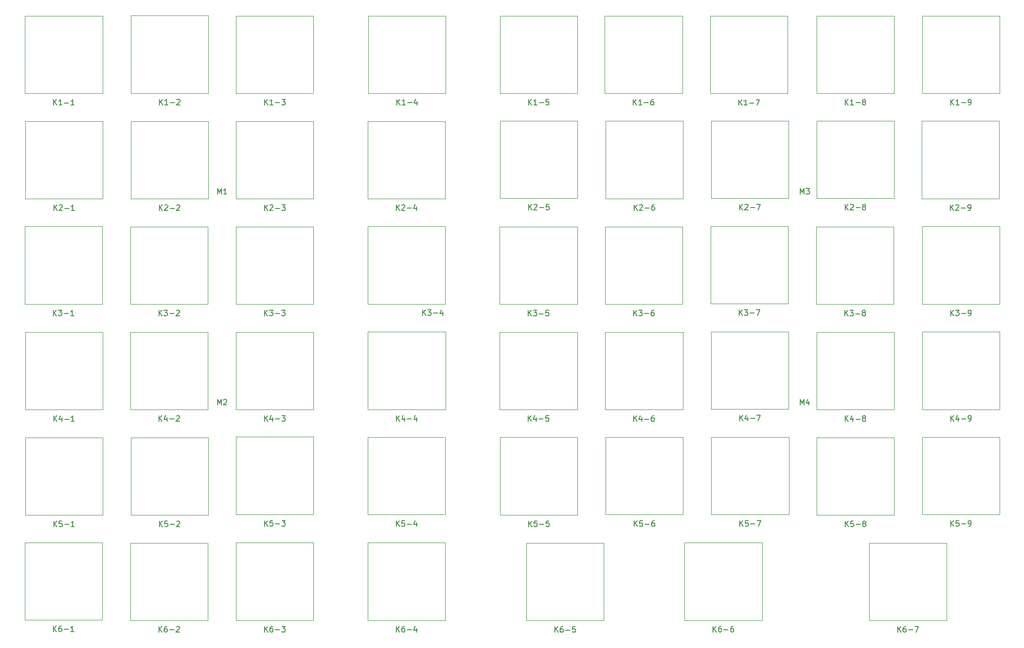
<source format=gto>
%TF.GenerationSoftware,KiCad,Pcbnew,5.1.5+dfsg1-2build2*%
%TF.CreationDate,2021-08-29T11:58:19+02:00*%
%TF.ProjectId,BFK9kv2-left,42464b39-6b76-4322-9d6c-6566742e6b69,rev?*%
%TF.SameCoordinates,Original*%
%TF.FileFunction,Legend,Top*%
%TF.FilePolarity,Positive*%
%FSLAX46Y46*%
G04 Gerber Fmt 4.6, Leading zero omitted, Abs format (unit mm)*
G04 Created by KiCad (PCBNEW 5.1.5+dfsg1-2build2) date 2021-08-29 11:58:19*
%MOMM*%
%LPD*%
G04 APERTURE LIST*
%ADD10C,0.120000*%
%ADD11C,0.150000*%
%ADD12C,1.792600*%
%ADD13C,2.302000*%
%ADD14C,1.852000*%
%ADD15C,4.102000*%
%ADD16O,1.702000X1.702000*%
%ADD17C,1.702000*%
%ADD18R,1.702000X1.702000*%
%ADD19C,5.702000*%
%ADD20O,1.452000X1.452000*%
%ADD21R,1.452000X1.452000*%
G04 APERTURE END LIST*
D10*
X228234000Y-66309000D02*
X228234000Y-52309000D01*
X228234000Y-66309000D02*
X214234000Y-66309000D01*
X214234000Y-66309000D02*
X214234000Y-52309000D01*
X214234000Y-52309000D02*
X228234000Y-52309000D01*
X104409400Y-161533000D02*
X104409400Y-147533000D01*
X104409400Y-161533000D02*
X90409400Y-161533000D01*
X90409400Y-161533000D02*
X90409400Y-147533000D01*
X90409400Y-147533000D02*
X104409400Y-147533000D01*
X85334000Y-161559000D02*
X85334000Y-147559000D01*
X85334000Y-161559000D02*
X71334000Y-161559000D01*
X71334000Y-161559000D02*
X71334000Y-147559000D01*
X71334000Y-147559000D02*
X85334000Y-147559000D01*
X209184000Y-66309000D02*
X209184000Y-52309000D01*
X209184000Y-66309000D02*
X195184000Y-66309000D01*
X195184000Y-66309000D02*
X195184000Y-52309000D01*
X195184000Y-52309000D02*
X209184000Y-52309000D01*
X218709000Y-161558000D02*
X218709000Y-147558000D01*
X218709000Y-161558000D02*
X204709000Y-161558000D01*
X204709000Y-161558000D02*
X204709000Y-147558000D01*
X204709000Y-147558000D02*
X218709000Y-147558000D01*
X185384000Y-161533000D02*
X185384000Y-147533000D01*
X185384000Y-161533000D02*
X171384000Y-161533000D01*
X171384000Y-161533000D02*
X171384000Y-147533000D01*
X171384000Y-147533000D02*
X185384000Y-147533000D01*
X156809000Y-161584000D02*
X156809000Y-147584000D01*
X156809000Y-161584000D02*
X142809000Y-161584000D01*
X142809000Y-161584000D02*
X142809000Y-147584000D01*
X142809000Y-147584000D02*
X156809000Y-147584000D01*
X66283600Y-161483000D02*
X66283600Y-147483000D01*
X66283600Y-161483000D02*
X52283600Y-161483000D01*
X52283600Y-161483000D02*
X52283600Y-147483000D01*
X52283600Y-147483000D02*
X66283600Y-147483000D01*
X228234000Y-142433000D02*
X228234000Y-128433000D01*
X228234000Y-142433000D02*
X214234000Y-142433000D01*
X214234000Y-142433000D02*
X214234000Y-128433000D01*
X214234000Y-128433000D02*
X228234000Y-128433000D01*
X190210000Y-142433000D02*
X190210000Y-128433000D01*
X190210000Y-142433000D02*
X176210000Y-142433000D01*
X176210000Y-142433000D02*
X176210000Y-128433000D01*
X176210000Y-128433000D02*
X190210000Y-128433000D01*
X128208000Y-142458000D02*
X128208000Y-128458000D01*
X128208000Y-142458000D02*
X114208000Y-142458000D01*
X114208000Y-142458000D02*
X114208000Y-128458000D01*
X114208000Y-128458000D02*
X128208000Y-128458000D01*
X228234000Y-123434000D02*
X228234000Y-109434000D01*
X228234000Y-123434000D02*
X214234000Y-123434000D01*
X214234000Y-123434000D02*
X214234000Y-109434000D01*
X214234000Y-109434000D02*
X228234000Y-109434000D01*
X209184000Y-123484000D02*
X209184000Y-109484000D01*
X209184000Y-123484000D02*
X195184000Y-123484000D01*
X195184000Y-123484000D02*
X195184000Y-109484000D01*
X195184000Y-109484000D02*
X209184000Y-109484000D01*
X190159000Y-123383000D02*
X190159000Y-109383000D01*
X190159000Y-123383000D02*
X176159000Y-123383000D01*
X176159000Y-123383000D02*
X176159000Y-109383000D01*
X176159000Y-109383000D02*
X190159000Y-109383000D01*
X128234000Y-123433000D02*
X128234000Y-109433000D01*
X128234000Y-123433000D02*
X114234000Y-123433000D01*
X114234000Y-123433000D02*
X114234000Y-109433000D01*
X114234000Y-109433000D02*
X128234000Y-109433000D01*
X228234000Y-104383600D02*
X228234000Y-90383600D01*
X228234000Y-104383600D02*
X214234000Y-104383600D01*
X214234000Y-104383600D02*
X214234000Y-90383600D01*
X214234000Y-90383600D02*
X228234000Y-90383600D01*
X190083000Y-104332800D02*
X190083000Y-90332800D01*
X190083000Y-104332800D02*
X176083000Y-104332800D01*
X176083000Y-104332800D02*
X176083000Y-90332800D01*
X176083000Y-90332800D02*
X190083000Y-90332800D01*
X128209000Y-104383600D02*
X128209000Y-90383600D01*
X128209000Y-104383600D02*
X114209000Y-104383600D01*
X114209000Y-104383600D02*
X114209000Y-90383600D01*
X114209000Y-90383600D02*
X128209000Y-90383600D01*
X228183000Y-85333600D02*
X228183000Y-71333600D01*
X228183000Y-85333600D02*
X214183000Y-85333600D01*
X214183000Y-85333600D02*
X214183000Y-71333600D01*
X214183000Y-71333600D02*
X228183000Y-71333600D01*
X209184000Y-85282800D02*
X209184000Y-71282800D01*
X209184000Y-85282800D02*
X195184000Y-85282800D01*
X195184000Y-85282800D02*
X195184000Y-71282800D01*
X195184000Y-71282800D02*
X209184000Y-71282800D01*
X190134000Y-85282800D02*
X190134000Y-71282800D01*
X190134000Y-85282800D02*
X176134000Y-85282800D01*
X176134000Y-85282800D02*
X176134000Y-71282800D01*
X176134000Y-71282800D02*
X190134000Y-71282800D01*
X128183000Y-85359000D02*
X128183000Y-71359000D01*
X128183000Y-85359000D02*
X114183000Y-85359000D01*
X114183000Y-85359000D02*
X114183000Y-71359000D01*
X114183000Y-71359000D02*
X128183000Y-71359000D01*
X128285000Y-66309000D02*
X128285000Y-52309000D01*
X128285000Y-66309000D02*
X114285000Y-66309000D01*
X114285000Y-66309000D02*
X114285000Y-52309000D01*
X114285000Y-52309000D02*
X128285000Y-52309000D01*
X128209000Y-161533000D02*
X128209000Y-147533000D01*
X128209000Y-161533000D02*
X114209000Y-161533000D01*
X114209000Y-161533000D02*
X114209000Y-147533000D01*
X114209000Y-147533000D02*
X128209000Y-147533000D01*
X209209000Y-142509000D02*
X209209000Y-128509000D01*
X209209000Y-142509000D02*
X195209000Y-142509000D01*
X195209000Y-142509000D02*
X195209000Y-128509000D01*
X195209000Y-128509000D02*
X209209000Y-128509000D01*
X209133000Y-104434400D02*
X209133000Y-90434400D01*
X209133000Y-104434400D02*
X195133000Y-104434400D01*
X195133000Y-104434400D02*
X195133000Y-90434400D01*
X195133000Y-90434400D02*
X209133000Y-90434400D01*
X171134000Y-142458000D02*
X171134000Y-128458000D01*
X171134000Y-142458000D02*
X157134000Y-142458000D01*
X157134000Y-142458000D02*
X157134000Y-128458000D01*
X157134000Y-128458000D02*
X171134000Y-128458000D01*
X171059000Y-123484000D02*
X171059000Y-109484000D01*
X171059000Y-123484000D02*
X157059000Y-123484000D01*
X157059000Y-123484000D02*
X157059000Y-109484000D01*
X157059000Y-109484000D02*
X171059000Y-109484000D01*
X171033000Y-104409000D02*
X171033000Y-90409000D01*
X171033000Y-104409000D02*
X157033000Y-104409000D01*
X157033000Y-104409000D02*
X157033000Y-90409000D01*
X157033000Y-90409000D02*
X171033000Y-90409000D01*
X152085000Y-142483000D02*
X152085000Y-128483000D01*
X152085000Y-142483000D02*
X138085000Y-142483000D01*
X138085000Y-142483000D02*
X138085000Y-128483000D01*
X138085000Y-128483000D02*
X152085000Y-128483000D01*
X152009000Y-123459000D02*
X152009000Y-109459000D01*
X152009000Y-123459000D02*
X138009000Y-123459000D01*
X138009000Y-123459000D02*
X138009000Y-109459000D01*
X138009000Y-109459000D02*
X152009000Y-109459000D01*
X152009000Y-104434400D02*
X152009000Y-90434400D01*
X152009000Y-104434400D02*
X138009000Y-104434400D01*
X138009000Y-104434400D02*
X138009000Y-90434400D01*
X138009000Y-90434400D02*
X152009000Y-90434400D01*
X104409000Y-142408000D02*
X104409000Y-128408000D01*
X104409000Y-142408000D02*
X90409000Y-142408000D01*
X90409000Y-142408000D02*
X90409000Y-128408000D01*
X90409000Y-128408000D02*
X104409000Y-128408000D01*
X104409000Y-123459000D02*
X104409000Y-109459000D01*
X104409000Y-123459000D02*
X90409000Y-123459000D01*
X90409000Y-123459000D02*
X90409000Y-109459000D01*
X90409000Y-109459000D02*
X104409000Y-109459000D01*
X104383600Y-104409000D02*
X104383600Y-90409000D01*
X104383600Y-104409000D02*
X90383600Y-104409000D01*
X90383600Y-104409000D02*
X90383600Y-90409000D01*
X90383600Y-90409000D02*
X104383600Y-90409000D01*
X85409800Y-142509000D02*
X85409800Y-128509000D01*
X85409800Y-142509000D02*
X71409800Y-142509000D01*
X71409800Y-142509000D02*
X71409800Y-128509000D01*
X71409800Y-128509000D02*
X85409800Y-128509000D01*
X85333600Y-123459000D02*
X85333600Y-109459000D01*
X85333600Y-123459000D02*
X71333600Y-123459000D01*
X71333600Y-123459000D02*
X71333600Y-109459000D01*
X71333600Y-109459000D02*
X85333600Y-109459000D01*
X85333600Y-104409000D02*
X85333600Y-90409000D01*
X85333600Y-104409000D02*
X71333600Y-104409000D01*
X71333600Y-104409000D02*
X71333600Y-90409000D01*
X71333600Y-90409000D02*
X85333600Y-90409000D01*
X66359800Y-142509000D02*
X66359800Y-128509000D01*
X66359800Y-142509000D02*
X52359800Y-142509000D01*
X52359800Y-142509000D02*
X52359800Y-128509000D01*
X52359800Y-128509000D02*
X66359800Y-128509000D01*
X66359800Y-123484000D02*
X66359800Y-109484000D01*
X66359800Y-123484000D02*
X52359800Y-123484000D01*
X52359800Y-123484000D02*
X52359800Y-109484000D01*
X52359800Y-109484000D02*
X66359800Y-109484000D01*
X66283600Y-104383600D02*
X66283600Y-90383600D01*
X66283600Y-104383600D02*
X52283600Y-104383600D01*
X52283600Y-104383600D02*
X52283600Y-90383600D01*
X52283600Y-90383600D02*
X66283600Y-90383600D01*
X170982000Y-66309000D02*
X170982000Y-52309000D01*
X170982000Y-66309000D02*
X156982000Y-66309000D01*
X156982000Y-66309000D02*
X156982000Y-52309000D01*
X156982000Y-52309000D02*
X170982000Y-52309000D01*
X190007000Y-66359800D02*
X190007000Y-52359800D01*
X190007000Y-66359800D02*
X176007000Y-66359800D01*
X176007000Y-66359800D02*
X176007000Y-52359800D01*
X176007000Y-52359800D02*
X190007000Y-52359800D01*
X171109000Y-85333600D02*
X171109000Y-71333600D01*
X171109000Y-85333600D02*
X157109000Y-85333600D01*
X157109000Y-85333600D02*
X157109000Y-71333600D01*
X157109000Y-71333600D02*
X171109000Y-71333600D01*
X152059000Y-85282800D02*
X152059000Y-71282800D01*
X152059000Y-85282800D02*
X138059000Y-85282800D01*
X138059000Y-85282800D02*
X138059000Y-71282800D01*
X138059000Y-71282800D02*
X152059000Y-71282800D01*
X152034000Y-66309000D02*
X152034000Y-52309000D01*
X152034000Y-66309000D02*
X138034000Y-66309000D01*
X138034000Y-66309000D02*
X138034000Y-52309000D01*
X138034000Y-52309000D02*
X152034000Y-52309000D01*
X104409000Y-85384400D02*
X104409000Y-71384400D01*
X104409000Y-85384400D02*
X90409000Y-85384400D01*
X90409000Y-85384400D02*
X90409000Y-71384400D01*
X90409000Y-71384400D02*
X104409000Y-71384400D01*
X104409000Y-66309000D02*
X104409000Y-52309000D01*
X104409000Y-66309000D02*
X90409000Y-66309000D01*
X90409000Y-66309000D02*
X90409000Y-52309000D01*
X90409000Y-52309000D02*
X104409000Y-52309000D01*
X85409800Y-85384400D02*
X85409800Y-71384400D01*
X85409800Y-85384400D02*
X71409800Y-85384400D01*
X71409800Y-85384400D02*
X71409800Y-71384400D01*
X71409800Y-71384400D02*
X85409800Y-71384400D01*
X85435200Y-66283600D02*
X85435200Y-52283600D01*
X85435200Y-66283600D02*
X71435200Y-66283600D01*
X71435200Y-66283600D02*
X71435200Y-52283600D01*
X71435200Y-52283600D02*
X85435200Y-52283600D01*
X66385200Y-85384400D02*
X66385200Y-71384400D01*
X66385200Y-85384400D02*
X52385200Y-85384400D01*
X52385200Y-85384400D02*
X52385200Y-71384400D01*
X52385200Y-71384400D02*
X66385200Y-71384400D01*
X66334400Y-66334400D02*
X66334400Y-52334400D01*
X66334400Y-66334400D02*
X52334400Y-66334400D01*
X52334400Y-66334400D02*
X52334400Y-52334400D01*
X52334400Y-52334400D02*
X66334400Y-52334400D01*
D11*
X219400666Y-68423880D02*
X219400666Y-67423880D01*
X219972095Y-68423880D02*
X219543523Y-67852452D01*
X219972095Y-67423880D02*
X219400666Y-67995309D01*
X220924476Y-68423880D02*
X220353047Y-68423880D01*
X220638761Y-68423880D02*
X220638761Y-67423880D01*
X220543523Y-67566738D01*
X220448285Y-67661976D01*
X220353047Y-67709595D01*
X221353047Y-68042928D02*
X222114952Y-68042928D01*
X222638761Y-68423880D02*
X222829238Y-68423880D01*
X222924476Y-68376261D01*
X222972095Y-68328642D01*
X223067333Y-68185785D01*
X223114952Y-67995309D01*
X223114952Y-67614357D01*
X223067333Y-67519119D01*
X223019714Y-67471500D01*
X222924476Y-67423880D01*
X222734000Y-67423880D01*
X222638761Y-67471500D01*
X222591142Y-67519119D01*
X222543523Y-67614357D01*
X222543523Y-67852452D01*
X222591142Y-67947690D01*
X222638761Y-67995309D01*
X222734000Y-68042928D01*
X222924476Y-68042928D01*
X223019714Y-67995309D01*
X223067333Y-67947690D01*
X223114952Y-67852452D01*
X95576066Y-163647880D02*
X95576066Y-162647880D01*
X96147495Y-163647880D02*
X95718923Y-163076452D01*
X96147495Y-162647880D02*
X95576066Y-163219309D01*
X97004638Y-162647880D02*
X96814161Y-162647880D01*
X96718923Y-162695500D01*
X96671304Y-162743119D01*
X96576066Y-162885976D01*
X96528447Y-163076452D01*
X96528447Y-163457404D01*
X96576066Y-163552642D01*
X96623685Y-163600261D01*
X96718923Y-163647880D01*
X96909400Y-163647880D01*
X97004638Y-163600261D01*
X97052257Y-163552642D01*
X97099876Y-163457404D01*
X97099876Y-163219309D01*
X97052257Y-163124071D01*
X97004638Y-163076452D01*
X96909400Y-163028833D01*
X96718923Y-163028833D01*
X96623685Y-163076452D01*
X96576066Y-163124071D01*
X96528447Y-163219309D01*
X97528447Y-163266928D02*
X98290352Y-163266928D01*
X98671304Y-162647880D02*
X99290352Y-162647880D01*
X98957019Y-163028833D01*
X99099876Y-163028833D01*
X99195114Y-163076452D01*
X99242733Y-163124071D01*
X99290352Y-163219309D01*
X99290352Y-163457404D01*
X99242733Y-163552642D01*
X99195114Y-163600261D01*
X99099876Y-163647880D01*
X98814161Y-163647880D01*
X98718923Y-163600261D01*
X98671304Y-163552642D01*
X76500666Y-163673880D02*
X76500666Y-162673880D01*
X77072095Y-163673880D02*
X76643523Y-163102452D01*
X77072095Y-162673880D02*
X76500666Y-163245309D01*
X77929238Y-162673880D02*
X77738761Y-162673880D01*
X77643523Y-162721500D01*
X77595904Y-162769119D01*
X77500666Y-162911976D01*
X77453047Y-163102452D01*
X77453047Y-163483404D01*
X77500666Y-163578642D01*
X77548285Y-163626261D01*
X77643523Y-163673880D01*
X77834000Y-163673880D01*
X77929238Y-163626261D01*
X77976857Y-163578642D01*
X78024476Y-163483404D01*
X78024476Y-163245309D01*
X77976857Y-163150071D01*
X77929238Y-163102452D01*
X77834000Y-163054833D01*
X77643523Y-163054833D01*
X77548285Y-163102452D01*
X77500666Y-163150071D01*
X77453047Y-163245309D01*
X78453047Y-163292928D02*
X79214952Y-163292928D01*
X79643523Y-162769119D02*
X79691142Y-162721500D01*
X79786380Y-162673880D01*
X80024476Y-162673880D01*
X80119714Y-162721500D01*
X80167333Y-162769119D01*
X80214952Y-162864357D01*
X80214952Y-162959595D01*
X80167333Y-163102452D01*
X79595904Y-163673880D01*
X80214952Y-163673880D01*
X200350666Y-68423880D02*
X200350666Y-67423880D01*
X200922095Y-68423880D02*
X200493523Y-67852452D01*
X200922095Y-67423880D02*
X200350666Y-67995309D01*
X201874476Y-68423880D02*
X201303047Y-68423880D01*
X201588761Y-68423880D02*
X201588761Y-67423880D01*
X201493523Y-67566738D01*
X201398285Y-67661976D01*
X201303047Y-67709595D01*
X202303047Y-68042928D02*
X203064952Y-68042928D01*
X203684000Y-67852452D02*
X203588761Y-67804833D01*
X203541142Y-67757214D01*
X203493523Y-67661976D01*
X203493523Y-67614357D01*
X203541142Y-67519119D01*
X203588761Y-67471500D01*
X203684000Y-67423880D01*
X203874476Y-67423880D01*
X203969714Y-67471500D01*
X204017333Y-67519119D01*
X204064952Y-67614357D01*
X204064952Y-67661976D01*
X204017333Y-67757214D01*
X203969714Y-67804833D01*
X203874476Y-67852452D01*
X203684000Y-67852452D01*
X203588761Y-67900071D01*
X203541142Y-67947690D01*
X203493523Y-68042928D01*
X203493523Y-68233404D01*
X203541142Y-68328642D01*
X203588761Y-68376261D01*
X203684000Y-68423880D01*
X203874476Y-68423880D01*
X203969714Y-68376261D01*
X204017333Y-68328642D01*
X204064952Y-68233404D01*
X204064952Y-68042928D01*
X204017333Y-67947690D01*
X203969714Y-67900071D01*
X203874476Y-67852452D01*
X209875666Y-163672880D02*
X209875666Y-162672880D01*
X210447095Y-163672880D02*
X210018523Y-163101452D01*
X210447095Y-162672880D02*
X209875666Y-163244309D01*
X211304238Y-162672880D02*
X211113761Y-162672880D01*
X211018523Y-162720500D01*
X210970904Y-162768119D01*
X210875666Y-162910976D01*
X210828047Y-163101452D01*
X210828047Y-163482404D01*
X210875666Y-163577642D01*
X210923285Y-163625261D01*
X211018523Y-163672880D01*
X211209000Y-163672880D01*
X211304238Y-163625261D01*
X211351857Y-163577642D01*
X211399476Y-163482404D01*
X211399476Y-163244309D01*
X211351857Y-163149071D01*
X211304238Y-163101452D01*
X211209000Y-163053833D01*
X211018523Y-163053833D01*
X210923285Y-163101452D01*
X210875666Y-163149071D01*
X210828047Y-163244309D01*
X211828047Y-163291928D02*
X212589952Y-163291928D01*
X212970904Y-162672880D02*
X213637571Y-162672880D01*
X213209000Y-163672880D01*
X176550666Y-163647880D02*
X176550666Y-162647880D01*
X177122095Y-163647880D02*
X176693523Y-163076452D01*
X177122095Y-162647880D02*
X176550666Y-163219309D01*
X177979238Y-162647880D02*
X177788761Y-162647880D01*
X177693523Y-162695500D01*
X177645904Y-162743119D01*
X177550666Y-162885976D01*
X177503047Y-163076452D01*
X177503047Y-163457404D01*
X177550666Y-163552642D01*
X177598285Y-163600261D01*
X177693523Y-163647880D01*
X177884000Y-163647880D01*
X177979238Y-163600261D01*
X178026857Y-163552642D01*
X178074476Y-163457404D01*
X178074476Y-163219309D01*
X178026857Y-163124071D01*
X177979238Y-163076452D01*
X177884000Y-163028833D01*
X177693523Y-163028833D01*
X177598285Y-163076452D01*
X177550666Y-163124071D01*
X177503047Y-163219309D01*
X178503047Y-163266928D02*
X179264952Y-163266928D01*
X180169714Y-162647880D02*
X179979238Y-162647880D01*
X179884000Y-162695500D01*
X179836380Y-162743119D01*
X179741142Y-162885976D01*
X179693523Y-163076452D01*
X179693523Y-163457404D01*
X179741142Y-163552642D01*
X179788761Y-163600261D01*
X179884000Y-163647880D01*
X180074476Y-163647880D01*
X180169714Y-163600261D01*
X180217333Y-163552642D01*
X180264952Y-163457404D01*
X180264952Y-163219309D01*
X180217333Y-163124071D01*
X180169714Y-163076452D01*
X180074476Y-163028833D01*
X179884000Y-163028833D01*
X179788761Y-163076452D01*
X179741142Y-163124071D01*
X179693523Y-163219309D01*
X147975666Y-163698880D02*
X147975666Y-162698880D01*
X148547095Y-163698880D02*
X148118523Y-163127452D01*
X148547095Y-162698880D02*
X147975666Y-163270309D01*
X149404238Y-162698880D02*
X149213761Y-162698880D01*
X149118523Y-162746500D01*
X149070904Y-162794119D01*
X148975666Y-162936976D01*
X148928047Y-163127452D01*
X148928047Y-163508404D01*
X148975666Y-163603642D01*
X149023285Y-163651261D01*
X149118523Y-163698880D01*
X149309000Y-163698880D01*
X149404238Y-163651261D01*
X149451857Y-163603642D01*
X149499476Y-163508404D01*
X149499476Y-163270309D01*
X149451857Y-163175071D01*
X149404238Y-163127452D01*
X149309000Y-163079833D01*
X149118523Y-163079833D01*
X149023285Y-163127452D01*
X148975666Y-163175071D01*
X148928047Y-163270309D01*
X149928047Y-163317928D02*
X150689952Y-163317928D01*
X151642333Y-162698880D02*
X151166142Y-162698880D01*
X151118523Y-163175071D01*
X151166142Y-163127452D01*
X151261380Y-163079833D01*
X151499476Y-163079833D01*
X151594714Y-163127452D01*
X151642333Y-163175071D01*
X151689952Y-163270309D01*
X151689952Y-163508404D01*
X151642333Y-163603642D01*
X151594714Y-163651261D01*
X151499476Y-163698880D01*
X151261380Y-163698880D01*
X151166142Y-163651261D01*
X151118523Y-163603642D01*
X57450266Y-163597880D02*
X57450266Y-162597880D01*
X58021695Y-163597880D02*
X57593123Y-163026452D01*
X58021695Y-162597880D02*
X57450266Y-163169309D01*
X58878838Y-162597880D02*
X58688361Y-162597880D01*
X58593123Y-162645500D01*
X58545504Y-162693119D01*
X58450266Y-162835976D01*
X58402647Y-163026452D01*
X58402647Y-163407404D01*
X58450266Y-163502642D01*
X58497885Y-163550261D01*
X58593123Y-163597880D01*
X58783600Y-163597880D01*
X58878838Y-163550261D01*
X58926457Y-163502642D01*
X58974076Y-163407404D01*
X58974076Y-163169309D01*
X58926457Y-163074071D01*
X58878838Y-163026452D01*
X58783600Y-162978833D01*
X58593123Y-162978833D01*
X58497885Y-163026452D01*
X58450266Y-163074071D01*
X58402647Y-163169309D01*
X59402647Y-163216928D02*
X60164552Y-163216928D01*
X61164552Y-163597880D02*
X60593123Y-163597880D01*
X60878838Y-163597880D02*
X60878838Y-162597880D01*
X60783600Y-162740738D01*
X60688361Y-162835976D01*
X60593123Y-162883595D01*
X219400666Y-144547880D02*
X219400666Y-143547880D01*
X219972095Y-144547880D02*
X219543523Y-143976452D01*
X219972095Y-143547880D02*
X219400666Y-144119309D01*
X220876857Y-143547880D02*
X220400666Y-143547880D01*
X220353047Y-144024071D01*
X220400666Y-143976452D01*
X220495904Y-143928833D01*
X220734000Y-143928833D01*
X220829238Y-143976452D01*
X220876857Y-144024071D01*
X220924476Y-144119309D01*
X220924476Y-144357404D01*
X220876857Y-144452642D01*
X220829238Y-144500261D01*
X220734000Y-144547880D01*
X220495904Y-144547880D01*
X220400666Y-144500261D01*
X220353047Y-144452642D01*
X221353047Y-144166928D02*
X222114952Y-144166928D01*
X222638761Y-144547880D02*
X222829238Y-144547880D01*
X222924476Y-144500261D01*
X222972095Y-144452642D01*
X223067333Y-144309785D01*
X223114952Y-144119309D01*
X223114952Y-143738357D01*
X223067333Y-143643119D01*
X223019714Y-143595500D01*
X222924476Y-143547880D01*
X222734000Y-143547880D01*
X222638761Y-143595500D01*
X222591142Y-143643119D01*
X222543523Y-143738357D01*
X222543523Y-143976452D01*
X222591142Y-144071690D01*
X222638761Y-144119309D01*
X222734000Y-144166928D01*
X222924476Y-144166928D01*
X223019714Y-144119309D01*
X223067333Y-144071690D01*
X223114952Y-143976452D01*
X181376666Y-144547880D02*
X181376666Y-143547880D01*
X181948095Y-144547880D02*
X181519523Y-143976452D01*
X181948095Y-143547880D02*
X181376666Y-144119309D01*
X182852857Y-143547880D02*
X182376666Y-143547880D01*
X182329047Y-144024071D01*
X182376666Y-143976452D01*
X182471904Y-143928833D01*
X182710000Y-143928833D01*
X182805238Y-143976452D01*
X182852857Y-144024071D01*
X182900476Y-144119309D01*
X182900476Y-144357404D01*
X182852857Y-144452642D01*
X182805238Y-144500261D01*
X182710000Y-144547880D01*
X182471904Y-144547880D01*
X182376666Y-144500261D01*
X182329047Y-144452642D01*
X183329047Y-144166928D02*
X184090952Y-144166928D01*
X184471904Y-143547880D02*
X185138571Y-143547880D01*
X184710000Y-144547880D01*
X119374666Y-144572880D02*
X119374666Y-143572880D01*
X119946095Y-144572880D02*
X119517523Y-144001452D01*
X119946095Y-143572880D02*
X119374666Y-144144309D01*
X120850857Y-143572880D02*
X120374666Y-143572880D01*
X120327047Y-144049071D01*
X120374666Y-144001452D01*
X120469904Y-143953833D01*
X120708000Y-143953833D01*
X120803238Y-144001452D01*
X120850857Y-144049071D01*
X120898476Y-144144309D01*
X120898476Y-144382404D01*
X120850857Y-144477642D01*
X120803238Y-144525261D01*
X120708000Y-144572880D01*
X120469904Y-144572880D01*
X120374666Y-144525261D01*
X120327047Y-144477642D01*
X121327047Y-144191928D02*
X122088952Y-144191928D01*
X122993714Y-143906214D02*
X122993714Y-144572880D01*
X122755619Y-143525261D02*
X122517523Y-144239547D01*
X123136571Y-144239547D01*
X219400666Y-125548880D02*
X219400666Y-124548880D01*
X219972095Y-125548880D02*
X219543523Y-124977452D01*
X219972095Y-124548880D02*
X219400666Y-125120309D01*
X220829238Y-124882214D02*
X220829238Y-125548880D01*
X220591142Y-124501261D02*
X220353047Y-125215547D01*
X220972095Y-125215547D01*
X221353047Y-125167928D02*
X222114952Y-125167928D01*
X222638761Y-125548880D02*
X222829238Y-125548880D01*
X222924476Y-125501261D01*
X222972095Y-125453642D01*
X223067333Y-125310785D01*
X223114952Y-125120309D01*
X223114952Y-124739357D01*
X223067333Y-124644119D01*
X223019714Y-124596500D01*
X222924476Y-124548880D01*
X222734000Y-124548880D01*
X222638761Y-124596500D01*
X222591142Y-124644119D01*
X222543523Y-124739357D01*
X222543523Y-124977452D01*
X222591142Y-125072690D01*
X222638761Y-125120309D01*
X222734000Y-125167928D01*
X222924476Y-125167928D01*
X223019714Y-125120309D01*
X223067333Y-125072690D01*
X223114952Y-124977452D01*
X200350666Y-125598880D02*
X200350666Y-124598880D01*
X200922095Y-125598880D02*
X200493523Y-125027452D01*
X200922095Y-124598880D02*
X200350666Y-125170309D01*
X201779238Y-124932214D02*
X201779238Y-125598880D01*
X201541142Y-124551261D02*
X201303047Y-125265547D01*
X201922095Y-125265547D01*
X202303047Y-125217928D02*
X203064952Y-125217928D01*
X203684000Y-125027452D02*
X203588761Y-124979833D01*
X203541142Y-124932214D01*
X203493523Y-124836976D01*
X203493523Y-124789357D01*
X203541142Y-124694119D01*
X203588761Y-124646500D01*
X203684000Y-124598880D01*
X203874476Y-124598880D01*
X203969714Y-124646500D01*
X204017333Y-124694119D01*
X204064952Y-124789357D01*
X204064952Y-124836976D01*
X204017333Y-124932214D01*
X203969714Y-124979833D01*
X203874476Y-125027452D01*
X203684000Y-125027452D01*
X203588761Y-125075071D01*
X203541142Y-125122690D01*
X203493523Y-125217928D01*
X203493523Y-125408404D01*
X203541142Y-125503642D01*
X203588761Y-125551261D01*
X203684000Y-125598880D01*
X203874476Y-125598880D01*
X203969714Y-125551261D01*
X204017333Y-125503642D01*
X204064952Y-125408404D01*
X204064952Y-125217928D01*
X204017333Y-125122690D01*
X203969714Y-125075071D01*
X203874476Y-125027452D01*
X181325666Y-125497880D02*
X181325666Y-124497880D01*
X181897095Y-125497880D02*
X181468523Y-124926452D01*
X181897095Y-124497880D02*
X181325666Y-125069309D01*
X182754238Y-124831214D02*
X182754238Y-125497880D01*
X182516142Y-124450261D02*
X182278047Y-125164547D01*
X182897095Y-125164547D01*
X183278047Y-125116928D02*
X184039952Y-125116928D01*
X184420904Y-124497880D02*
X185087571Y-124497880D01*
X184659000Y-125497880D01*
X119400666Y-125547880D02*
X119400666Y-124547880D01*
X119972095Y-125547880D02*
X119543523Y-124976452D01*
X119972095Y-124547880D02*
X119400666Y-125119309D01*
X120829238Y-124881214D02*
X120829238Y-125547880D01*
X120591142Y-124500261D02*
X120353047Y-125214547D01*
X120972095Y-125214547D01*
X121353047Y-125166928D02*
X122114952Y-125166928D01*
X123019714Y-124881214D02*
X123019714Y-125547880D01*
X122781619Y-124500261D02*
X122543523Y-125214547D01*
X123162571Y-125214547D01*
X219400666Y-106498480D02*
X219400666Y-105498480D01*
X219972095Y-106498480D02*
X219543523Y-105927052D01*
X219972095Y-105498480D02*
X219400666Y-106069909D01*
X220305428Y-105498480D02*
X220924476Y-105498480D01*
X220591142Y-105879433D01*
X220734000Y-105879433D01*
X220829238Y-105927052D01*
X220876857Y-105974671D01*
X220924476Y-106069909D01*
X220924476Y-106308004D01*
X220876857Y-106403242D01*
X220829238Y-106450861D01*
X220734000Y-106498480D01*
X220448285Y-106498480D01*
X220353047Y-106450861D01*
X220305428Y-106403242D01*
X221353047Y-106117528D02*
X222114952Y-106117528D01*
X222638761Y-106498480D02*
X222829238Y-106498480D01*
X222924476Y-106450861D01*
X222972095Y-106403242D01*
X223067333Y-106260385D01*
X223114952Y-106069909D01*
X223114952Y-105688957D01*
X223067333Y-105593719D01*
X223019714Y-105546100D01*
X222924476Y-105498480D01*
X222734000Y-105498480D01*
X222638761Y-105546100D01*
X222591142Y-105593719D01*
X222543523Y-105688957D01*
X222543523Y-105927052D01*
X222591142Y-106022290D01*
X222638761Y-106069909D01*
X222734000Y-106117528D01*
X222924476Y-106117528D01*
X223019714Y-106069909D01*
X223067333Y-106022290D01*
X223114952Y-105927052D01*
X181249666Y-106447680D02*
X181249666Y-105447680D01*
X181821095Y-106447680D02*
X181392523Y-105876252D01*
X181821095Y-105447680D02*
X181249666Y-106019109D01*
X182154428Y-105447680D02*
X182773476Y-105447680D01*
X182440142Y-105828633D01*
X182583000Y-105828633D01*
X182678238Y-105876252D01*
X182725857Y-105923871D01*
X182773476Y-106019109D01*
X182773476Y-106257204D01*
X182725857Y-106352442D01*
X182678238Y-106400061D01*
X182583000Y-106447680D01*
X182297285Y-106447680D01*
X182202047Y-106400061D01*
X182154428Y-106352442D01*
X183202047Y-106066728D02*
X183963952Y-106066728D01*
X184344904Y-105447680D02*
X185011571Y-105447680D01*
X184583000Y-106447680D01*
X124100066Y-106447680D02*
X124100066Y-105447680D01*
X124671495Y-106447680D02*
X124242923Y-105876252D01*
X124671495Y-105447680D02*
X124100066Y-106019109D01*
X125004828Y-105447680D02*
X125623876Y-105447680D01*
X125290542Y-105828633D01*
X125433400Y-105828633D01*
X125528638Y-105876252D01*
X125576257Y-105923871D01*
X125623876Y-106019109D01*
X125623876Y-106257204D01*
X125576257Y-106352442D01*
X125528638Y-106400061D01*
X125433400Y-106447680D01*
X125147685Y-106447680D01*
X125052447Y-106400061D01*
X125004828Y-106352442D01*
X126052447Y-106066728D02*
X126814352Y-106066728D01*
X127719114Y-105781014D02*
X127719114Y-106447680D01*
X127481019Y-105400061D02*
X127242923Y-106114347D01*
X127861971Y-106114347D01*
X219349666Y-87448480D02*
X219349666Y-86448480D01*
X219921095Y-87448480D02*
X219492523Y-86877052D01*
X219921095Y-86448480D02*
X219349666Y-87019909D01*
X220302047Y-86543719D02*
X220349666Y-86496100D01*
X220444904Y-86448480D01*
X220683000Y-86448480D01*
X220778238Y-86496100D01*
X220825857Y-86543719D01*
X220873476Y-86638957D01*
X220873476Y-86734195D01*
X220825857Y-86877052D01*
X220254428Y-87448480D01*
X220873476Y-87448480D01*
X221302047Y-87067528D02*
X222063952Y-87067528D01*
X222587761Y-87448480D02*
X222778238Y-87448480D01*
X222873476Y-87400861D01*
X222921095Y-87353242D01*
X223016333Y-87210385D01*
X223063952Y-87019909D01*
X223063952Y-86638957D01*
X223016333Y-86543719D01*
X222968714Y-86496100D01*
X222873476Y-86448480D01*
X222683000Y-86448480D01*
X222587761Y-86496100D01*
X222540142Y-86543719D01*
X222492523Y-86638957D01*
X222492523Y-86877052D01*
X222540142Y-86972290D01*
X222587761Y-87019909D01*
X222683000Y-87067528D01*
X222873476Y-87067528D01*
X222968714Y-87019909D01*
X223016333Y-86972290D01*
X223063952Y-86877052D01*
X200350666Y-87397680D02*
X200350666Y-86397680D01*
X200922095Y-87397680D02*
X200493523Y-86826252D01*
X200922095Y-86397680D02*
X200350666Y-86969109D01*
X201303047Y-86492919D02*
X201350666Y-86445300D01*
X201445904Y-86397680D01*
X201684000Y-86397680D01*
X201779238Y-86445300D01*
X201826857Y-86492919D01*
X201874476Y-86588157D01*
X201874476Y-86683395D01*
X201826857Y-86826252D01*
X201255428Y-87397680D01*
X201874476Y-87397680D01*
X202303047Y-87016728D02*
X203064952Y-87016728D01*
X203684000Y-86826252D02*
X203588761Y-86778633D01*
X203541142Y-86731014D01*
X203493523Y-86635776D01*
X203493523Y-86588157D01*
X203541142Y-86492919D01*
X203588761Y-86445300D01*
X203684000Y-86397680D01*
X203874476Y-86397680D01*
X203969714Y-86445300D01*
X204017333Y-86492919D01*
X204064952Y-86588157D01*
X204064952Y-86635776D01*
X204017333Y-86731014D01*
X203969714Y-86778633D01*
X203874476Y-86826252D01*
X203684000Y-86826252D01*
X203588761Y-86873871D01*
X203541142Y-86921490D01*
X203493523Y-87016728D01*
X203493523Y-87207204D01*
X203541142Y-87302442D01*
X203588761Y-87350061D01*
X203684000Y-87397680D01*
X203874476Y-87397680D01*
X203969714Y-87350061D01*
X204017333Y-87302442D01*
X204064952Y-87207204D01*
X204064952Y-87016728D01*
X204017333Y-86921490D01*
X203969714Y-86873871D01*
X203874476Y-86826252D01*
X181300666Y-87397680D02*
X181300666Y-86397680D01*
X181872095Y-87397680D02*
X181443523Y-86826252D01*
X181872095Y-86397680D02*
X181300666Y-86969109D01*
X182253047Y-86492919D02*
X182300666Y-86445300D01*
X182395904Y-86397680D01*
X182634000Y-86397680D01*
X182729238Y-86445300D01*
X182776857Y-86492919D01*
X182824476Y-86588157D01*
X182824476Y-86683395D01*
X182776857Y-86826252D01*
X182205428Y-87397680D01*
X182824476Y-87397680D01*
X183253047Y-87016728D02*
X184014952Y-87016728D01*
X184395904Y-86397680D02*
X185062571Y-86397680D01*
X184634000Y-87397680D01*
X119349666Y-87473880D02*
X119349666Y-86473880D01*
X119921095Y-87473880D02*
X119492523Y-86902452D01*
X119921095Y-86473880D02*
X119349666Y-87045309D01*
X120302047Y-86569119D02*
X120349666Y-86521500D01*
X120444904Y-86473880D01*
X120683000Y-86473880D01*
X120778238Y-86521500D01*
X120825857Y-86569119D01*
X120873476Y-86664357D01*
X120873476Y-86759595D01*
X120825857Y-86902452D01*
X120254428Y-87473880D01*
X120873476Y-87473880D01*
X121302047Y-87092928D02*
X122063952Y-87092928D01*
X122968714Y-86807214D02*
X122968714Y-87473880D01*
X122730619Y-86426261D02*
X122492523Y-87140547D01*
X123111571Y-87140547D01*
X119451666Y-68423880D02*
X119451666Y-67423880D01*
X120023095Y-68423880D02*
X119594523Y-67852452D01*
X120023095Y-67423880D02*
X119451666Y-67995309D01*
X120975476Y-68423880D02*
X120404047Y-68423880D01*
X120689761Y-68423880D02*
X120689761Y-67423880D01*
X120594523Y-67566738D01*
X120499285Y-67661976D01*
X120404047Y-67709595D01*
X121404047Y-68042928D02*
X122165952Y-68042928D01*
X123070714Y-67757214D02*
X123070714Y-68423880D01*
X122832619Y-67376261D02*
X122594523Y-68090547D01*
X123213571Y-68090547D01*
X87079576Y-84526180D02*
X87079576Y-83526180D01*
X87412909Y-84240466D01*
X87746242Y-83526180D01*
X87746242Y-84526180D01*
X88746242Y-84526180D02*
X88174814Y-84526180D01*
X88460528Y-84526180D02*
X88460528Y-83526180D01*
X88365290Y-83669038D01*
X88270052Y-83764276D01*
X88174814Y-83811895D01*
X87079576Y-122646380D02*
X87079576Y-121646380D01*
X87412909Y-122360666D01*
X87746242Y-121646380D01*
X87746242Y-122646380D01*
X88174814Y-121741619D02*
X88222433Y-121694000D01*
X88317671Y-121646380D01*
X88555766Y-121646380D01*
X88651004Y-121694000D01*
X88698623Y-121741619D01*
X88746242Y-121836857D01*
X88746242Y-121932095D01*
X88698623Y-122074952D01*
X88127195Y-122646380D01*
X88746242Y-122646380D01*
X192255476Y-122611380D02*
X192255476Y-121611380D01*
X192588809Y-122325666D01*
X192922142Y-121611380D01*
X192922142Y-122611380D01*
X193826904Y-121944714D02*
X193826904Y-122611380D01*
X193588809Y-121563761D02*
X193350714Y-122278047D01*
X193969761Y-122278047D01*
X192255476Y-84531280D02*
X192255476Y-83531280D01*
X192588809Y-84245566D01*
X192922142Y-83531280D01*
X192922142Y-84531280D01*
X193303095Y-83531280D02*
X193922142Y-83531280D01*
X193588809Y-83912233D01*
X193731666Y-83912233D01*
X193826904Y-83959852D01*
X193874523Y-84007471D01*
X193922142Y-84102709D01*
X193922142Y-84340804D01*
X193874523Y-84436042D01*
X193826904Y-84483661D01*
X193731666Y-84531280D01*
X193445952Y-84531280D01*
X193350714Y-84483661D01*
X193303095Y-84436042D01*
X119375666Y-163647880D02*
X119375666Y-162647880D01*
X119947095Y-163647880D02*
X119518523Y-163076452D01*
X119947095Y-162647880D02*
X119375666Y-163219309D01*
X120804238Y-162647880D02*
X120613761Y-162647880D01*
X120518523Y-162695500D01*
X120470904Y-162743119D01*
X120375666Y-162885976D01*
X120328047Y-163076452D01*
X120328047Y-163457404D01*
X120375666Y-163552642D01*
X120423285Y-163600261D01*
X120518523Y-163647880D01*
X120709000Y-163647880D01*
X120804238Y-163600261D01*
X120851857Y-163552642D01*
X120899476Y-163457404D01*
X120899476Y-163219309D01*
X120851857Y-163124071D01*
X120804238Y-163076452D01*
X120709000Y-163028833D01*
X120518523Y-163028833D01*
X120423285Y-163076452D01*
X120375666Y-163124071D01*
X120328047Y-163219309D01*
X121328047Y-163266928D02*
X122089952Y-163266928D01*
X122994714Y-162981214D02*
X122994714Y-163647880D01*
X122756619Y-162600261D02*
X122518523Y-163314547D01*
X123137571Y-163314547D01*
X200375666Y-144623880D02*
X200375666Y-143623880D01*
X200947095Y-144623880D02*
X200518523Y-144052452D01*
X200947095Y-143623880D02*
X200375666Y-144195309D01*
X201851857Y-143623880D02*
X201375666Y-143623880D01*
X201328047Y-144100071D01*
X201375666Y-144052452D01*
X201470904Y-144004833D01*
X201709000Y-144004833D01*
X201804238Y-144052452D01*
X201851857Y-144100071D01*
X201899476Y-144195309D01*
X201899476Y-144433404D01*
X201851857Y-144528642D01*
X201804238Y-144576261D01*
X201709000Y-144623880D01*
X201470904Y-144623880D01*
X201375666Y-144576261D01*
X201328047Y-144528642D01*
X202328047Y-144242928D02*
X203089952Y-144242928D01*
X203709000Y-144052452D02*
X203613761Y-144004833D01*
X203566142Y-143957214D01*
X203518523Y-143861976D01*
X203518523Y-143814357D01*
X203566142Y-143719119D01*
X203613761Y-143671500D01*
X203709000Y-143623880D01*
X203899476Y-143623880D01*
X203994714Y-143671500D01*
X204042333Y-143719119D01*
X204089952Y-143814357D01*
X204089952Y-143861976D01*
X204042333Y-143957214D01*
X203994714Y-144004833D01*
X203899476Y-144052452D01*
X203709000Y-144052452D01*
X203613761Y-144100071D01*
X203566142Y-144147690D01*
X203518523Y-144242928D01*
X203518523Y-144433404D01*
X203566142Y-144528642D01*
X203613761Y-144576261D01*
X203709000Y-144623880D01*
X203899476Y-144623880D01*
X203994714Y-144576261D01*
X204042333Y-144528642D01*
X204089952Y-144433404D01*
X204089952Y-144242928D01*
X204042333Y-144147690D01*
X203994714Y-144100071D01*
X203899476Y-144052452D01*
X200299666Y-106549280D02*
X200299666Y-105549280D01*
X200871095Y-106549280D02*
X200442523Y-105977852D01*
X200871095Y-105549280D02*
X200299666Y-106120709D01*
X201204428Y-105549280D02*
X201823476Y-105549280D01*
X201490142Y-105930233D01*
X201633000Y-105930233D01*
X201728238Y-105977852D01*
X201775857Y-106025471D01*
X201823476Y-106120709D01*
X201823476Y-106358804D01*
X201775857Y-106454042D01*
X201728238Y-106501661D01*
X201633000Y-106549280D01*
X201347285Y-106549280D01*
X201252047Y-106501661D01*
X201204428Y-106454042D01*
X202252047Y-106168328D02*
X203013952Y-106168328D01*
X203633000Y-105977852D02*
X203537761Y-105930233D01*
X203490142Y-105882614D01*
X203442523Y-105787376D01*
X203442523Y-105739757D01*
X203490142Y-105644519D01*
X203537761Y-105596900D01*
X203633000Y-105549280D01*
X203823476Y-105549280D01*
X203918714Y-105596900D01*
X203966333Y-105644519D01*
X204013952Y-105739757D01*
X204013952Y-105787376D01*
X203966333Y-105882614D01*
X203918714Y-105930233D01*
X203823476Y-105977852D01*
X203633000Y-105977852D01*
X203537761Y-106025471D01*
X203490142Y-106073090D01*
X203442523Y-106168328D01*
X203442523Y-106358804D01*
X203490142Y-106454042D01*
X203537761Y-106501661D01*
X203633000Y-106549280D01*
X203823476Y-106549280D01*
X203918714Y-106501661D01*
X203966333Y-106454042D01*
X204013952Y-106358804D01*
X204013952Y-106168328D01*
X203966333Y-106073090D01*
X203918714Y-106025471D01*
X203823476Y-105977852D01*
X162300666Y-144572880D02*
X162300666Y-143572880D01*
X162872095Y-144572880D02*
X162443523Y-144001452D01*
X162872095Y-143572880D02*
X162300666Y-144144309D01*
X163776857Y-143572880D02*
X163300666Y-143572880D01*
X163253047Y-144049071D01*
X163300666Y-144001452D01*
X163395904Y-143953833D01*
X163634000Y-143953833D01*
X163729238Y-144001452D01*
X163776857Y-144049071D01*
X163824476Y-144144309D01*
X163824476Y-144382404D01*
X163776857Y-144477642D01*
X163729238Y-144525261D01*
X163634000Y-144572880D01*
X163395904Y-144572880D01*
X163300666Y-144525261D01*
X163253047Y-144477642D01*
X164253047Y-144191928D02*
X165014952Y-144191928D01*
X165919714Y-143572880D02*
X165729238Y-143572880D01*
X165634000Y-143620500D01*
X165586380Y-143668119D01*
X165491142Y-143810976D01*
X165443523Y-144001452D01*
X165443523Y-144382404D01*
X165491142Y-144477642D01*
X165538761Y-144525261D01*
X165634000Y-144572880D01*
X165824476Y-144572880D01*
X165919714Y-144525261D01*
X165967333Y-144477642D01*
X166014952Y-144382404D01*
X166014952Y-144144309D01*
X165967333Y-144049071D01*
X165919714Y-144001452D01*
X165824476Y-143953833D01*
X165634000Y-143953833D01*
X165538761Y-144001452D01*
X165491142Y-144049071D01*
X165443523Y-144144309D01*
X162225666Y-125598880D02*
X162225666Y-124598880D01*
X162797095Y-125598880D02*
X162368523Y-125027452D01*
X162797095Y-124598880D02*
X162225666Y-125170309D01*
X163654238Y-124932214D02*
X163654238Y-125598880D01*
X163416142Y-124551261D02*
X163178047Y-125265547D01*
X163797095Y-125265547D01*
X164178047Y-125217928D02*
X164939952Y-125217928D01*
X165844714Y-124598880D02*
X165654238Y-124598880D01*
X165559000Y-124646500D01*
X165511380Y-124694119D01*
X165416142Y-124836976D01*
X165368523Y-125027452D01*
X165368523Y-125408404D01*
X165416142Y-125503642D01*
X165463761Y-125551261D01*
X165559000Y-125598880D01*
X165749476Y-125598880D01*
X165844714Y-125551261D01*
X165892333Y-125503642D01*
X165939952Y-125408404D01*
X165939952Y-125170309D01*
X165892333Y-125075071D01*
X165844714Y-125027452D01*
X165749476Y-124979833D01*
X165559000Y-124979833D01*
X165463761Y-125027452D01*
X165416142Y-125075071D01*
X165368523Y-125170309D01*
X162199666Y-106523880D02*
X162199666Y-105523880D01*
X162771095Y-106523880D02*
X162342523Y-105952452D01*
X162771095Y-105523880D02*
X162199666Y-106095309D01*
X163104428Y-105523880D02*
X163723476Y-105523880D01*
X163390142Y-105904833D01*
X163533000Y-105904833D01*
X163628238Y-105952452D01*
X163675857Y-106000071D01*
X163723476Y-106095309D01*
X163723476Y-106333404D01*
X163675857Y-106428642D01*
X163628238Y-106476261D01*
X163533000Y-106523880D01*
X163247285Y-106523880D01*
X163152047Y-106476261D01*
X163104428Y-106428642D01*
X164152047Y-106142928D02*
X164913952Y-106142928D01*
X165818714Y-105523880D02*
X165628238Y-105523880D01*
X165533000Y-105571500D01*
X165485380Y-105619119D01*
X165390142Y-105761976D01*
X165342523Y-105952452D01*
X165342523Y-106333404D01*
X165390142Y-106428642D01*
X165437761Y-106476261D01*
X165533000Y-106523880D01*
X165723476Y-106523880D01*
X165818714Y-106476261D01*
X165866333Y-106428642D01*
X165913952Y-106333404D01*
X165913952Y-106095309D01*
X165866333Y-106000071D01*
X165818714Y-105952452D01*
X165723476Y-105904833D01*
X165533000Y-105904833D01*
X165437761Y-105952452D01*
X165390142Y-106000071D01*
X165342523Y-106095309D01*
X143251666Y-144597880D02*
X143251666Y-143597880D01*
X143823095Y-144597880D02*
X143394523Y-144026452D01*
X143823095Y-143597880D02*
X143251666Y-144169309D01*
X144727857Y-143597880D02*
X144251666Y-143597880D01*
X144204047Y-144074071D01*
X144251666Y-144026452D01*
X144346904Y-143978833D01*
X144585000Y-143978833D01*
X144680238Y-144026452D01*
X144727857Y-144074071D01*
X144775476Y-144169309D01*
X144775476Y-144407404D01*
X144727857Y-144502642D01*
X144680238Y-144550261D01*
X144585000Y-144597880D01*
X144346904Y-144597880D01*
X144251666Y-144550261D01*
X144204047Y-144502642D01*
X145204047Y-144216928D02*
X145965952Y-144216928D01*
X146918333Y-143597880D02*
X146442142Y-143597880D01*
X146394523Y-144074071D01*
X146442142Y-144026452D01*
X146537380Y-143978833D01*
X146775476Y-143978833D01*
X146870714Y-144026452D01*
X146918333Y-144074071D01*
X146965952Y-144169309D01*
X146965952Y-144407404D01*
X146918333Y-144502642D01*
X146870714Y-144550261D01*
X146775476Y-144597880D01*
X146537380Y-144597880D01*
X146442142Y-144550261D01*
X146394523Y-144502642D01*
X143175666Y-125573880D02*
X143175666Y-124573880D01*
X143747095Y-125573880D02*
X143318523Y-125002452D01*
X143747095Y-124573880D02*
X143175666Y-125145309D01*
X144604238Y-124907214D02*
X144604238Y-125573880D01*
X144366142Y-124526261D02*
X144128047Y-125240547D01*
X144747095Y-125240547D01*
X145128047Y-125192928D02*
X145889952Y-125192928D01*
X146842333Y-124573880D02*
X146366142Y-124573880D01*
X146318523Y-125050071D01*
X146366142Y-125002452D01*
X146461380Y-124954833D01*
X146699476Y-124954833D01*
X146794714Y-125002452D01*
X146842333Y-125050071D01*
X146889952Y-125145309D01*
X146889952Y-125383404D01*
X146842333Y-125478642D01*
X146794714Y-125526261D01*
X146699476Y-125573880D01*
X146461380Y-125573880D01*
X146366142Y-125526261D01*
X146318523Y-125478642D01*
X143175666Y-106549280D02*
X143175666Y-105549280D01*
X143747095Y-106549280D02*
X143318523Y-105977852D01*
X143747095Y-105549280D02*
X143175666Y-106120709D01*
X144080428Y-105549280D02*
X144699476Y-105549280D01*
X144366142Y-105930233D01*
X144509000Y-105930233D01*
X144604238Y-105977852D01*
X144651857Y-106025471D01*
X144699476Y-106120709D01*
X144699476Y-106358804D01*
X144651857Y-106454042D01*
X144604238Y-106501661D01*
X144509000Y-106549280D01*
X144223285Y-106549280D01*
X144128047Y-106501661D01*
X144080428Y-106454042D01*
X145128047Y-106168328D02*
X145889952Y-106168328D01*
X146842333Y-105549280D02*
X146366142Y-105549280D01*
X146318523Y-106025471D01*
X146366142Y-105977852D01*
X146461380Y-105930233D01*
X146699476Y-105930233D01*
X146794714Y-105977852D01*
X146842333Y-106025471D01*
X146889952Y-106120709D01*
X146889952Y-106358804D01*
X146842333Y-106454042D01*
X146794714Y-106501661D01*
X146699476Y-106549280D01*
X146461380Y-106549280D01*
X146366142Y-106501661D01*
X146318523Y-106454042D01*
X95575666Y-144522880D02*
X95575666Y-143522880D01*
X96147095Y-144522880D02*
X95718523Y-143951452D01*
X96147095Y-143522880D02*
X95575666Y-144094309D01*
X97051857Y-143522880D02*
X96575666Y-143522880D01*
X96528047Y-143999071D01*
X96575666Y-143951452D01*
X96670904Y-143903833D01*
X96909000Y-143903833D01*
X97004238Y-143951452D01*
X97051857Y-143999071D01*
X97099476Y-144094309D01*
X97099476Y-144332404D01*
X97051857Y-144427642D01*
X97004238Y-144475261D01*
X96909000Y-144522880D01*
X96670904Y-144522880D01*
X96575666Y-144475261D01*
X96528047Y-144427642D01*
X97528047Y-144141928D02*
X98289952Y-144141928D01*
X98670904Y-143522880D02*
X99289952Y-143522880D01*
X98956619Y-143903833D01*
X99099476Y-143903833D01*
X99194714Y-143951452D01*
X99242333Y-143999071D01*
X99289952Y-144094309D01*
X99289952Y-144332404D01*
X99242333Y-144427642D01*
X99194714Y-144475261D01*
X99099476Y-144522880D01*
X98813761Y-144522880D01*
X98718523Y-144475261D01*
X98670904Y-144427642D01*
X95575666Y-125573880D02*
X95575666Y-124573880D01*
X96147095Y-125573880D02*
X95718523Y-125002452D01*
X96147095Y-124573880D02*
X95575666Y-125145309D01*
X97004238Y-124907214D02*
X97004238Y-125573880D01*
X96766142Y-124526261D02*
X96528047Y-125240547D01*
X97147095Y-125240547D01*
X97528047Y-125192928D02*
X98289952Y-125192928D01*
X98670904Y-124573880D02*
X99289952Y-124573880D01*
X98956619Y-124954833D01*
X99099476Y-124954833D01*
X99194714Y-125002452D01*
X99242333Y-125050071D01*
X99289952Y-125145309D01*
X99289952Y-125383404D01*
X99242333Y-125478642D01*
X99194714Y-125526261D01*
X99099476Y-125573880D01*
X98813761Y-125573880D01*
X98718523Y-125526261D01*
X98670904Y-125478642D01*
X95550266Y-106523880D02*
X95550266Y-105523880D01*
X96121695Y-106523880D02*
X95693123Y-105952452D01*
X96121695Y-105523880D02*
X95550266Y-106095309D01*
X96455028Y-105523880D02*
X97074076Y-105523880D01*
X96740742Y-105904833D01*
X96883600Y-105904833D01*
X96978838Y-105952452D01*
X97026457Y-106000071D01*
X97074076Y-106095309D01*
X97074076Y-106333404D01*
X97026457Y-106428642D01*
X96978838Y-106476261D01*
X96883600Y-106523880D01*
X96597885Y-106523880D01*
X96502647Y-106476261D01*
X96455028Y-106428642D01*
X97502647Y-106142928D02*
X98264552Y-106142928D01*
X98645504Y-105523880D02*
X99264552Y-105523880D01*
X98931219Y-105904833D01*
X99074076Y-105904833D01*
X99169314Y-105952452D01*
X99216933Y-106000071D01*
X99264552Y-106095309D01*
X99264552Y-106333404D01*
X99216933Y-106428642D01*
X99169314Y-106476261D01*
X99074076Y-106523880D01*
X98788361Y-106523880D01*
X98693123Y-106476261D01*
X98645504Y-106428642D01*
X76576466Y-144623880D02*
X76576466Y-143623880D01*
X77147895Y-144623880D02*
X76719323Y-144052452D01*
X77147895Y-143623880D02*
X76576466Y-144195309D01*
X78052657Y-143623880D02*
X77576466Y-143623880D01*
X77528847Y-144100071D01*
X77576466Y-144052452D01*
X77671704Y-144004833D01*
X77909800Y-144004833D01*
X78005038Y-144052452D01*
X78052657Y-144100071D01*
X78100276Y-144195309D01*
X78100276Y-144433404D01*
X78052657Y-144528642D01*
X78005038Y-144576261D01*
X77909800Y-144623880D01*
X77671704Y-144623880D01*
X77576466Y-144576261D01*
X77528847Y-144528642D01*
X78528847Y-144242928D02*
X79290752Y-144242928D01*
X79719323Y-143719119D02*
X79766942Y-143671500D01*
X79862180Y-143623880D01*
X80100276Y-143623880D01*
X80195514Y-143671500D01*
X80243133Y-143719119D01*
X80290752Y-143814357D01*
X80290752Y-143909595D01*
X80243133Y-144052452D01*
X79671704Y-144623880D01*
X80290752Y-144623880D01*
X76500266Y-125573880D02*
X76500266Y-124573880D01*
X77071695Y-125573880D02*
X76643123Y-125002452D01*
X77071695Y-124573880D02*
X76500266Y-125145309D01*
X77928838Y-124907214D02*
X77928838Y-125573880D01*
X77690742Y-124526261D02*
X77452647Y-125240547D01*
X78071695Y-125240547D01*
X78452647Y-125192928D02*
X79214552Y-125192928D01*
X79643123Y-124669119D02*
X79690742Y-124621500D01*
X79785980Y-124573880D01*
X80024076Y-124573880D01*
X80119314Y-124621500D01*
X80166933Y-124669119D01*
X80214552Y-124764357D01*
X80214552Y-124859595D01*
X80166933Y-125002452D01*
X79595504Y-125573880D01*
X80214552Y-125573880D01*
X76500266Y-106523880D02*
X76500266Y-105523880D01*
X77071695Y-106523880D02*
X76643123Y-105952452D01*
X77071695Y-105523880D02*
X76500266Y-106095309D01*
X77405028Y-105523880D02*
X78024076Y-105523880D01*
X77690742Y-105904833D01*
X77833600Y-105904833D01*
X77928838Y-105952452D01*
X77976457Y-106000071D01*
X78024076Y-106095309D01*
X78024076Y-106333404D01*
X77976457Y-106428642D01*
X77928838Y-106476261D01*
X77833600Y-106523880D01*
X77547885Y-106523880D01*
X77452647Y-106476261D01*
X77405028Y-106428642D01*
X78452647Y-106142928D02*
X79214552Y-106142928D01*
X79643123Y-105619119D02*
X79690742Y-105571500D01*
X79785980Y-105523880D01*
X80024076Y-105523880D01*
X80119314Y-105571500D01*
X80166933Y-105619119D01*
X80214552Y-105714357D01*
X80214552Y-105809595D01*
X80166933Y-105952452D01*
X79595504Y-106523880D01*
X80214552Y-106523880D01*
X57526466Y-144623880D02*
X57526466Y-143623880D01*
X58097895Y-144623880D02*
X57669323Y-144052452D01*
X58097895Y-143623880D02*
X57526466Y-144195309D01*
X59002657Y-143623880D02*
X58526466Y-143623880D01*
X58478847Y-144100071D01*
X58526466Y-144052452D01*
X58621704Y-144004833D01*
X58859800Y-144004833D01*
X58955038Y-144052452D01*
X59002657Y-144100071D01*
X59050276Y-144195309D01*
X59050276Y-144433404D01*
X59002657Y-144528642D01*
X58955038Y-144576261D01*
X58859800Y-144623880D01*
X58621704Y-144623880D01*
X58526466Y-144576261D01*
X58478847Y-144528642D01*
X59478847Y-144242928D02*
X60240752Y-144242928D01*
X61240752Y-144623880D02*
X60669323Y-144623880D01*
X60955038Y-144623880D02*
X60955038Y-143623880D01*
X60859800Y-143766738D01*
X60764561Y-143861976D01*
X60669323Y-143909595D01*
X57526466Y-125598880D02*
X57526466Y-124598880D01*
X58097895Y-125598880D02*
X57669323Y-125027452D01*
X58097895Y-124598880D02*
X57526466Y-125170309D01*
X58955038Y-124932214D02*
X58955038Y-125598880D01*
X58716942Y-124551261D02*
X58478847Y-125265547D01*
X59097895Y-125265547D01*
X59478847Y-125217928D02*
X60240752Y-125217928D01*
X61240752Y-125598880D02*
X60669323Y-125598880D01*
X60955038Y-125598880D02*
X60955038Y-124598880D01*
X60859800Y-124741738D01*
X60764561Y-124836976D01*
X60669323Y-124884595D01*
X57450266Y-106498480D02*
X57450266Y-105498480D01*
X58021695Y-106498480D02*
X57593123Y-105927052D01*
X58021695Y-105498480D02*
X57450266Y-106069909D01*
X58355028Y-105498480D02*
X58974076Y-105498480D01*
X58640742Y-105879433D01*
X58783600Y-105879433D01*
X58878838Y-105927052D01*
X58926457Y-105974671D01*
X58974076Y-106069909D01*
X58974076Y-106308004D01*
X58926457Y-106403242D01*
X58878838Y-106450861D01*
X58783600Y-106498480D01*
X58497885Y-106498480D01*
X58402647Y-106450861D01*
X58355028Y-106403242D01*
X59402647Y-106117528D02*
X60164552Y-106117528D01*
X61164552Y-106498480D02*
X60593123Y-106498480D01*
X60878838Y-106498480D02*
X60878838Y-105498480D01*
X60783600Y-105641338D01*
X60688361Y-105736576D01*
X60593123Y-105784195D01*
X162148666Y-68423880D02*
X162148666Y-67423880D01*
X162720095Y-68423880D02*
X162291523Y-67852452D01*
X162720095Y-67423880D02*
X162148666Y-67995309D01*
X163672476Y-68423880D02*
X163101047Y-68423880D01*
X163386761Y-68423880D02*
X163386761Y-67423880D01*
X163291523Y-67566738D01*
X163196285Y-67661976D01*
X163101047Y-67709595D01*
X164101047Y-68042928D02*
X164862952Y-68042928D01*
X165767714Y-67423880D02*
X165577238Y-67423880D01*
X165482000Y-67471500D01*
X165434380Y-67519119D01*
X165339142Y-67661976D01*
X165291523Y-67852452D01*
X165291523Y-68233404D01*
X165339142Y-68328642D01*
X165386761Y-68376261D01*
X165482000Y-68423880D01*
X165672476Y-68423880D01*
X165767714Y-68376261D01*
X165815333Y-68328642D01*
X165862952Y-68233404D01*
X165862952Y-67995309D01*
X165815333Y-67900071D01*
X165767714Y-67852452D01*
X165672476Y-67804833D01*
X165482000Y-67804833D01*
X165386761Y-67852452D01*
X165339142Y-67900071D01*
X165291523Y-67995309D01*
X181173666Y-68474680D02*
X181173666Y-67474680D01*
X181745095Y-68474680D02*
X181316523Y-67903252D01*
X181745095Y-67474680D02*
X181173666Y-68046109D01*
X182697476Y-68474680D02*
X182126047Y-68474680D01*
X182411761Y-68474680D02*
X182411761Y-67474680D01*
X182316523Y-67617538D01*
X182221285Y-67712776D01*
X182126047Y-67760395D01*
X183126047Y-68093728D02*
X183887952Y-68093728D01*
X184268904Y-67474680D02*
X184935571Y-67474680D01*
X184507000Y-68474680D01*
X162275666Y-87448480D02*
X162275666Y-86448480D01*
X162847095Y-87448480D02*
X162418523Y-86877052D01*
X162847095Y-86448480D02*
X162275666Y-87019909D01*
X163228047Y-86543719D02*
X163275666Y-86496100D01*
X163370904Y-86448480D01*
X163609000Y-86448480D01*
X163704238Y-86496100D01*
X163751857Y-86543719D01*
X163799476Y-86638957D01*
X163799476Y-86734195D01*
X163751857Y-86877052D01*
X163180428Y-87448480D01*
X163799476Y-87448480D01*
X164228047Y-87067528D02*
X164989952Y-87067528D01*
X165894714Y-86448480D02*
X165704238Y-86448480D01*
X165609000Y-86496100D01*
X165561380Y-86543719D01*
X165466142Y-86686576D01*
X165418523Y-86877052D01*
X165418523Y-87258004D01*
X165466142Y-87353242D01*
X165513761Y-87400861D01*
X165609000Y-87448480D01*
X165799476Y-87448480D01*
X165894714Y-87400861D01*
X165942333Y-87353242D01*
X165989952Y-87258004D01*
X165989952Y-87019909D01*
X165942333Y-86924671D01*
X165894714Y-86877052D01*
X165799476Y-86829433D01*
X165609000Y-86829433D01*
X165513761Y-86877052D01*
X165466142Y-86924671D01*
X165418523Y-87019909D01*
X143225666Y-87397680D02*
X143225666Y-86397680D01*
X143797095Y-87397680D02*
X143368523Y-86826252D01*
X143797095Y-86397680D02*
X143225666Y-86969109D01*
X144178047Y-86492919D02*
X144225666Y-86445300D01*
X144320904Y-86397680D01*
X144559000Y-86397680D01*
X144654238Y-86445300D01*
X144701857Y-86492919D01*
X144749476Y-86588157D01*
X144749476Y-86683395D01*
X144701857Y-86826252D01*
X144130428Y-87397680D01*
X144749476Y-87397680D01*
X145178047Y-87016728D02*
X145939952Y-87016728D01*
X146892333Y-86397680D02*
X146416142Y-86397680D01*
X146368523Y-86873871D01*
X146416142Y-86826252D01*
X146511380Y-86778633D01*
X146749476Y-86778633D01*
X146844714Y-86826252D01*
X146892333Y-86873871D01*
X146939952Y-86969109D01*
X146939952Y-87207204D01*
X146892333Y-87302442D01*
X146844714Y-87350061D01*
X146749476Y-87397680D01*
X146511380Y-87397680D01*
X146416142Y-87350061D01*
X146368523Y-87302442D01*
X143200666Y-68423880D02*
X143200666Y-67423880D01*
X143772095Y-68423880D02*
X143343523Y-67852452D01*
X143772095Y-67423880D02*
X143200666Y-67995309D01*
X144724476Y-68423880D02*
X144153047Y-68423880D01*
X144438761Y-68423880D02*
X144438761Y-67423880D01*
X144343523Y-67566738D01*
X144248285Y-67661976D01*
X144153047Y-67709595D01*
X145153047Y-68042928D02*
X145914952Y-68042928D01*
X146867333Y-67423880D02*
X146391142Y-67423880D01*
X146343523Y-67900071D01*
X146391142Y-67852452D01*
X146486380Y-67804833D01*
X146724476Y-67804833D01*
X146819714Y-67852452D01*
X146867333Y-67900071D01*
X146914952Y-67995309D01*
X146914952Y-68233404D01*
X146867333Y-68328642D01*
X146819714Y-68376261D01*
X146724476Y-68423880D01*
X146486380Y-68423880D01*
X146391142Y-68376261D01*
X146343523Y-68328642D01*
X95575666Y-87499280D02*
X95575666Y-86499280D01*
X96147095Y-87499280D02*
X95718523Y-86927852D01*
X96147095Y-86499280D02*
X95575666Y-87070709D01*
X96528047Y-86594519D02*
X96575666Y-86546900D01*
X96670904Y-86499280D01*
X96909000Y-86499280D01*
X97004238Y-86546900D01*
X97051857Y-86594519D01*
X97099476Y-86689757D01*
X97099476Y-86784995D01*
X97051857Y-86927852D01*
X96480428Y-87499280D01*
X97099476Y-87499280D01*
X97528047Y-87118328D02*
X98289952Y-87118328D01*
X98670904Y-86499280D02*
X99289952Y-86499280D01*
X98956619Y-86880233D01*
X99099476Y-86880233D01*
X99194714Y-86927852D01*
X99242333Y-86975471D01*
X99289952Y-87070709D01*
X99289952Y-87308804D01*
X99242333Y-87404042D01*
X99194714Y-87451661D01*
X99099476Y-87499280D01*
X98813761Y-87499280D01*
X98718523Y-87451661D01*
X98670904Y-87404042D01*
X95575666Y-68423880D02*
X95575666Y-67423880D01*
X96147095Y-68423880D02*
X95718523Y-67852452D01*
X96147095Y-67423880D02*
X95575666Y-67995309D01*
X97099476Y-68423880D02*
X96528047Y-68423880D01*
X96813761Y-68423880D02*
X96813761Y-67423880D01*
X96718523Y-67566738D01*
X96623285Y-67661976D01*
X96528047Y-67709595D01*
X97528047Y-68042928D02*
X98289952Y-68042928D01*
X98670904Y-67423880D02*
X99289952Y-67423880D01*
X98956619Y-67804833D01*
X99099476Y-67804833D01*
X99194714Y-67852452D01*
X99242333Y-67900071D01*
X99289952Y-67995309D01*
X99289952Y-68233404D01*
X99242333Y-68328642D01*
X99194714Y-68376261D01*
X99099476Y-68423880D01*
X98813761Y-68423880D01*
X98718523Y-68376261D01*
X98670904Y-68328642D01*
X76576466Y-87499280D02*
X76576466Y-86499280D01*
X77147895Y-87499280D02*
X76719323Y-86927852D01*
X77147895Y-86499280D02*
X76576466Y-87070709D01*
X77528847Y-86594519D02*
X77576466Y-86546900D01*
X77671704Y-86499280D01*
X77909800Y-86499280D01*
X78005038Y-86546900D01*
X78052657Y-86594519D01*
X78100276Y-86689757D01*
X78100276Y-86784995D01*
X78052657Y-86927852D01*
X77481228Y-87499280D01*
X78100276Y-87499280D01*
X78528847Y-87118328D02*
X79290752Y-87118328D01*
X79719323Y-86594519D02*
X79766942Y-86546900D01*
X79862180Y-86499280D01*
X80100276Y-86499280D01*
X80195514Y-86546900D01*
X80243133Y-86594519D01*
X80290752Y-86689757D01*
X80290752Y-86784995D01*
X80243133Y-86927852D01*
X79671704Y-87499280D01*
X80290752Y-87499280D01*
X76601866Y-68398480D02*
X76601866Y-67398480D01*
X77173295Y-68398480D02*
X76744723Y-67827052D01*
X77173295Y-67398480D02*
X76601866Y-67969909D01*
X78125676Y-68398480D02*
X77554247Y-68398480D01*
X77839961Y-68398480D02*
X77839961Y-67398480D01*
X77744723Y-67541338D01*
X77649485Y-67636576D01*
X77554247Y-67684195D01*
X78554247Y-68017528D02*
X79316152Y-68017528D01*
X79744723Y-67493719D02*
X79792342Y-67446100D01*
X79887580Y-67398480D01*
X80125676Y-67398480D01*
X80220914Y-67446100D01*
X80268533Y-67493719D01*
X80316152Y-67588957D01*
X80316152Y-67684195D01*
X80268533Y-67827052D01*
X79697104Y-68398480D01*
X80316152Y-68398480D01*
X57551866Y-87499280D02*
X57551866Y-86499280D01*
X58123295Y-87499280D02*
X57694723Y-86927852D01*
X58123295Y-86499280D02*
X57551866Y-87070709D01*
X58504247Y-86594519D02*
X58551866Y-86546900D01*
X58647104Y-86499280D01*
X58885200Y-86499280D01*
X58980438Y-86546900D01*
X59028057Y-86594519D01*
X59075676Y-86689757D01*
X59075676Y-86784995D01*
X59028057Y-86927852D01*
X58456628Y-87499280D01*
X59075676Y-87499280D01*
X59504247Y-87118328D02*
X60266152Y-87118328D01*
X61266152Y-87499280D02*
X60694723Y-87499280D01*
X60980438Y-87499280D02*
X60980438Y-86499280D01*
X60885200Y-86642138D01*
X60789961Y-86737376D01*
X60694723Y-86784995D01*
X57501066Y-68449280D02*
X57501066Y-67449280D01*
X58072495Y-68449280D02*
X57643923Y-67877852D01*
X58072495Y-67449280D02*
X57501066Y-68020709D01*
X59024876Y-68449280D02*
X58453447Y-68449280D01*
X58739161Y-68449280D02*
X58739161Y-67449280D01*
X58643923Y-67592138D01*
X58548685Y-67687376D01*
X58453447Y-67734995D01*
X59453447Y-68068328D02*
X60215352Y-68068328D01*
X61215352Y-68449280D02*
X60643923Y-68449280D01*
X60929638Y-68449280D02*
X60929638Y-67449280D01*
X60834400Y-67592138D01*
X60739161Y-67687376D01*
X60643923Y-67734995D01*
%LPC*%
D12*
X219964000Y-54229000D03*
X222504000Y-54229000D03*
D13*
X218694000Y-64389000D03*
X225044000Y-61849000D03*
D14*
X216154000Y-59309000D03*
X226314000Y-59309000D03*
D15*
X221234000Y-59309000D03*
D12*
X96139400Y-149453000D03*
X98679400Y-149453000D03*
D13*
X94869400Y-159613000D03*
X101219400Y-157073000D03*
D14*
X92329400Y-154533000D03*
X102489400Y-154533000D03*
D15*
X97409400Y-154533000D03*
D12*
X77064000Y-149479000D03*
X79604000Y-149479000D03*
D13*
X75794000Y-159639000D03*
X82144000Y-157099000D03*
D14*
X73254000Y-154559000D03*
X83414000Y-154559000D03*
D15*
X78334000Y-154559000D03*
D12*
X200914000Y-54229000D03*
X203454000Y-54229000D03*
D13*
X199644000Y-64389000D03*
X205994000Y-61849000D03*
D14*
X197104000Y-59309000D03*
X207264000Y-59309000D03*
D15*
X202184000Y-59309000D03*
D16*
X230886000Y-126848000D03*
D17*
X215646000Y-126848000D03*
D16*
X229616000Y-107848000D03*
D17*
X214376000Y-107848000D03*
D16*
X230734000Y-88747600D03*
D17*
X215494000Y-88747600D03*
D16*
X228752000Y-68986400D03*
D17*
X213512000Y-68986400D03*
D16*
X229667000Y-50749200D03*
D17*
X214427000Y-50749200D03*
D12*
X210439000Y-149478000D03*
X212979000Y-149478000D03*
D13*
X209169000Y-159638000D03*
X215519000Y-157098000D03*
D14*
X206629000Y-154558000D03*
X216789000Y-154558000D03*
D15*
X211709000Y-154558000D03*
D12*
X177114000Y-149453000D03*
X179654000Y-149453000D03*
D13*
X175844000Y-159613000D03*
X182194000Y-157073000D03*
D14*
X173304000Y-154533000D03*
X183464000Y-154533000D03*
D15*
X178384000Y-154533000D03*
D12*
X148539000Y-149504000D03*
X151079000Y-149504000D03*
D13*
X147269000Y-159664000D03*
X153619000Y-157124000D03*
D14*
X144729000Y-154584000D03*
X154889000Y-154584000D03*
D15*
X149809000Y-154584000D03*
D12*
X58013600Y-149403000D03*
X60553600Y-149403000D03*
D13*
X56743600Y-159563000D03*
X63093600Y-157023000D03*
D14*
X54203600Y-154483000D03*
X64363600Y-154483000D03*
D15*
X59283600Y-154483000D03*
D12*
X219964000Y-130353000D03*
X222504000Y-130353000D03*
D13*
X218694000Y-140513000D03*
X225044000Y-137973000D03*
D14*
X216154000Y-135433000D03*
X226314000Y-135433000D03*
D15*
X221234000Y-135433000D03*
D12*
X181940000Y-130353000D03*
X184480000Y-130353000D03*
D13*
X180670000Y-140513000D03*
X187020000Y-137973000D03*
D14*
X178130000Y-135433000D03*
X188290000Y-135433000D03*
D15*
X183210000Y-135433000D03*
D12*
X119938000Y-130378000D03*
X122478000Y-130378000D03*
D13*
X118668000Y-140538000D03*
X125018000Y-137998000D03*
D14*
X116128000Y-135458000D03*
X126288000Y-135458000D03*
D15*
X121208000Y-135458000D03*
D12*
X219964000Y-111354000D03*
X222504000Y-111354000D03*
D13*
X218694000Y-121514000D03*
X225044000Y-118974000D03*
D14*
X216154000Y-116434000D03*
X226314000Y-116434000D03*
D15*
X221234000Y-116434000D03*
D12*
X200914000Y-111404000D03*
X203454000Y-111404000D03*
D13*
X199644000Y-121564000D03*
X205994000Y-119024000D03*
D14*
X197104000Y-116484000D03*
X207264000Y-116484000D03*
D15*
X202184000Y-116484000D03*
D12*
X181889000Y-111303000D03*
X184429000Y-111303000D03*
D13*
X180619000Y-121463000D03*
X186969000Y-118923000D03*
D14*
X178079000Y-116383000D03*
X188239000Y-116383000D03*
D15*
X183159000Y-116383000D03*
D12*
X119964000Y-111353000D03*
X122504000Y-111353000D03*
D13*
X118694000Y-121513000D03*
X125044000Y-118973000D03*
D14*
X116154000Y-116433000D03*
X126314000Y-116433000D03*
D15*
X121234000Y-116433000D03*
D12*
X219964000Y-92303600D03*
X222504000Y-92303600D03*
D13*
X218694000Y-102463600D03*
X225044000Y-99923600D03*
D14*
X216154000Y-97383600D03*
X226314000Y-97383600D03*
D15*
X221234000Y-97383600D03*
D12*
X181813000Y-92252800D03*
X184353000Y-92252800D03*
D13*
X180543000Y-102412800D03*
X186893000Y-99872800D03*
D14*
X178003000Y-97332800D03*
X188163000Y-97332800D03*
D15*
X183083000Y-97332800D03*
D12*
X119939000Y-92303600D03*
X122479000Y-92303600D03*
D13*
X118669000Y-102463600D03*
X125019000Y-99923600D03*
D14*
X116129000Y-97383600D03*
X126289000Y-97383600D03*
D15*
X121209000Y-97383600D03*
D12*
X219913000Y-73253600D03*
X222453000Y-73253600D03*
D13*
X218643000Y-83413600D03*
X224993000Y-80873600D03*
D14*
X216103000Y-78333600D03*
X226263000Y-78333600D03*
D15*
X221183000Y-78333600D03*
D12*
X200914000Y-73202800D03*
X203454000Y-73202800D03*
D13*
X199644000Y-83362800D03*
X205994000Y-80822800D03*
D14*
X197104000Y-78282800D03*
X207264000Y-78282800D03*
D15*
X202184000Y-78282800D03*
D12*
X181864000Y-73202800D03*
X184404000Y-73202800D03*
D13*
X180594000Y-83362800D03*
X186944000Y-80822800D03*
D14*
X178054000Y-78282800D03*
X188214000Y-78282800D03*
D15*
X183134000Y-78282800D03*
D12*
X119913000Y-73279000D03*
X122453000Y-73279000D03*
D13*
X118643000Y-83439000D03*
X124993000Y-80899000D03*
D14*
X116103000Y-78359000D03*
X126263000Y-78359000D03*
D15*
X121183000Y-78359000D03*
D12*
X120015000Y-54229000D03*
X122555000Y-54229000D03*
D13*
X118745000Y-64389000D03*
X125095000Y-61849000D03*
D14*
X116205000Y-59309000D03*
X126365000Y-59309000D03*
D15*
X121285000Y-59309000D03*
D16*
X211988000Y-131674000D03*
D18*
X211988000Y-139294000D03*
D16*
X212090000Y-112471000D03*
D18*
X212090000Y-120091000D03*
D16*
X212039000Y-93675000D03*
D18*
X212039000Y-101295000D03*
D16*
X212090000Y-73914000D03*
D18*
X212090000Y-81534000D03*
D16*
X212090000Y-54864000D03*
D18*
X212090000Y-62484000D03*
D19*
X87889100Y-87873800D03*
X87889100Y-125994000D03*
X193065000Y-125959000D03*
X193065000Y-87878900D03*
D20*
X47188500Y-55628000D03*
X47188500Y-57628000D03*
X47188500Y-59628000D03*
D21*
X47188500Y-61628000D03*
D20*
X132482000Y-164186000D03*
X134482000Y-164186000D03*
X136482000Y-164186000D03*
X138482000Y-164186000D03*
X140482000Y-164186000D03*
X142482000Y-164186000D03*
X144482000Y-164186000D03*
D21*
X146482000Y-164186000D03*
D20*
X46431200Y-115270000D03*
X46431200Y-113270000D03*
X46431200Y-111270000D03*
X46431200Y-109270000D03*
X46431200Y-107270000D03*
X46431200Y-105270000D03*
X46431200Y-103270000D03*
D21*
X46431200Y-101270000D03*
D12*
X119939000Y-149453000D03*
X122479000Y-149453000D03*
D13*
X118669000Y-159613000D03*
X125019000Y-157073000D03*
D14*
X116129000Y-154533000D03*
X126289000Y-154533000D03*
D15*
X121209000Y-154533000D03*
D12*
X200939000Y-130429000D03*
X203479000Y-130429000D03*
D13*
X199669000Y-140589000D03*
X206019000Y-138049000D03*
D14*
X197129000Y-135509000D03*
X207289000Y-135509000D03*
D15*
X202209000Y-135509000D03*
D12*
X200863000Y-92354400D03*
X203403000Y-92354400D03*
D13*
X199593000Y-102514400D03*
X205943000Y-99974400D03*
D14*
X197053000Y-97434400D03*
X207213000Y-97434400D03*
D15*
X202133000Y-97434400D03*
D16*
X213157000Y-88747600D03*
D17*
X197917000Y-88747600D03*
D16*
X192989000Y-93624000D03*
D18*
X192989000Y-101244000D03*
D16*
X212903000Y-126848000D03*
D17*
X197663000Y-126848000D03*
D16*
X210058000Y-107899000D03*
D17*
X194818000Y-107899000D03*
D16*
X219431000Y-146024000D03*
D17*
X204191000Y-146024000D03*
D16*
X187604000Y-126898000D03*
D17*
X172364000Y-126898000D03*
D16*
X176606000Y-107848000D03*
D17*
X191846000Y-107848000D03*
D16*
X188265000Y-88747600D03*
D17*
X173025000Y-88747600D03*
D16*
X185699000Y-146024000D03*
D17*
X170459000Y-146024000D03*
D16*
X169266000Y-126848000D03*
D17*
X154026000Y-126848000D03*
D16*
X171349000Y-107925000D03*
D17*
X156109000Y-107925000D03*
D16*
X170332000Y-88722200D03*
D17*
X155092000Y-88722200D03*
D16*
X157505000Y-145923000D03*
D17*
X142265000Y-145923000D03*
D16*
X151028000Y-126898000D03*
D17*
X135788000Y-126898000D03*
D16*
X152578000Y-107899000D03*
D17*
X137338000Y-107899000D03*
D16*
X152832000Y-88823800D03*
D17*
X137592000Y-88823800D03*
D16*
X129108000Y-145999000D03*
D17*
X113868000Y-145999000D03*
D16*
X128626000Y-126848000D03*
D17*
X113386000Y-126848000D03*
D16*
X128803000Y-107899000D03*
D17*
X113563000Y-107899000D03*
D16*
X130150000Y-88773000D03*
D17*
X114910000Y-88773000D03*
D16*
X105308400Y-146126000D03*
D17*
X90068400Y-146126000D03*
D16*
X108762800Y-126848000D03*
D17*
X93522800Y-126848000D03*
D16*
X105105200Y-107950000D03*
D17*
X89865200Y-107950000D03*
D16*
X107873800Y-88823800D03*
D17*
X92633800Y-88823800D03*
D16*
X86106000Y-145923000D03*
D17*
X70866000Y-145923000D03*
D16*
X82651600Y-126898000D03*
D17*
X67411600Y-126898000D03*
D16*
X86004400Y-107823000D03*
D17*
X70764400Y-107823000D03*
D16*
X83058000Y-88900000D03*
D17*
X67818000Y-88900000D03*
D16*
X66751200Y-145898000D03*
D17*
X51511200Y-145898000D03*
D16*
X63804800Y-126898000D03*
D17*
X48564800Y-126898000D03*
D16*
X66852800Y-107925000D03*
D17*
X51612800Y-107925000D03*
D16*
X65278000Y-88823800D03*
D17*
X50038000Y-88823800D03*
D12*
X162864000Y-130378000D03*
X165404000Y-130378000D03*
D13*
X161594000Y-140538000D03*
X167944000Y-137998000D03*
D14*
X159054000Y-135458000D03*
X169214000Y-135458000D03*
D15*
X164134000Y-135458000D03*
D12*
X162789000Y-111404000D03*
X165329000Y-111404000D03*
D13*
X161519000Y-121564000D03*
X167869000Y-119024000D03*
D14*
X158979000Y-116484000D03*
X169139000Y-116484000D03*
D15*
X164059000Y-116484000D03*
D12*
X162763000Y-92329000D03*
X165303000Y-92329000D03*
D13*
X161493000Y-102489000D03*
X167843000Y-99949000D03*
D14*
X158953000Y-97409000D03*
X169113000Y-97409000D03*
D15*
X164033000Y-97409000D03*
D12*
X143815000Y-130403000D03*
X146355000Y-130403000D03*
D13*
X142545000Y-140563000D03*
X148895000Y-138023000D03*
D14*
X140005000Y-135483000D03*
X150165000Y-135483000D03*
D15*
X145085000Y-135483000D03*
D12*
X143739000Y-111379000D03*
X146279000Y-111379000D03*
D13*
X142469000Y-121539000D03*
X148819000Y-118999000D03*
D14*
X139929000Y-116459000D03*
X150089000Y-116459000D03*
D15*
X145009000Y-116459000D03*
D12*
X143739000Y-92354400D03*
X146279000Y-92354400D03*
D13*
X142469000Y-102514400D03*
X148819000Y-99974400D03*
D14*
X139929000Y-97434400D03*
X150089000Y-97434400D03*
D15*
X145009000Y-97434400D03*
D12*
X96139000Y-130328000D03*
X98679000Y-130328000D03*
D13*
X94869000Y-140488000D03*
X101219000Y-137948000D03*
D14*
X92329000Y-135408000D03*
X102489000Y-135408000D03*
D15*
X97409000Y-135408000D03*
D12*
X96139000Y-111379000D03*
X98679000Y-111379000D03*
D13*
X94869000Y-121539000D03*
X101219000Y-118999000D03*
D14*
X92329000Y-116459000D03*
X102489000Y-116459000D03*
D15*
X97409000Y-116459000D03*
D12*
X96113600Y-92329000D03*
X98653600Y-92329000D03*
D13*
X94843600Y-102489000D03*
X101193600Y-99949000D03*
D14*
X92303600Y-97409000D03*
X102463600Y-97409000D03*
D15*
X97383600Y-97409000D03*
D12*
X77139800Y-130429000D03*
X79679800Y-130429000D03*
D13*
X75869800Y-140589000D03*
X82219800Y-138049000D03*
D14*
X73329800Y-135509000D03*
X83489800Y-135509000D03*
D15*
X78409800Y-135509000D03*
D12*
X77063600Y-111379000D03*
X79603600Y-111379000D03*
D13*
X75793600Y-121539000D03*
X82143600Y-118999000D03*
D14*
X73253600Y-116459000D03*
X83413600Y-116459000D03*
D15*
X78333600Y-116459000D03*
D12*
X77063600Y-92329000D03*
X79603600Y-92329000D03*
D13*
X75793600Y-102489000D03*
X82143600Y-99949000D03*
D14*
X73253600Y-97409000D03*
X83413600Y-97409000D03*
D15*
X78333600Y-97409000D03*
D12*
X58089800Y-130429000D03*
X60629800Y-130429000D03*
D13*
X56819800Y-140589000D03*
X63169800Y-138049000D03*
D14*
X54279800Y-135509000D03*
X64439800Y-135509000D03*
D15*
X59359800Y-135509000D03*
D12*
X58089800Y-111404000D03*
X60629800Y-111404000D03*
D13*
X56819800Y-121564000D03*
X63169800Y-119024000D03*
D14*
X54279800Y-116484000D03*
X64439800Y-116484000D03*
D15*
X59359800Y-116484000D03*
D12*
X58013600Y-92303600D03*
X60553600Y-92303600D03*
D13*
X56743600Y-102463600D03*
X63093600Y-99923600D03*
D14*
X54203600Y-97383600D03*
X64363600Y-97383600D03*
D15*
X59283600Y-97383600D03*
D16*
X193040000Y-131699000D03*
D18*
X193040000Y-139319000D03*
D16*
X192989000Y-112420000D03*
D18*
X192989000Y-120040000D03*
D16*
X192659000Y-150698000D03*
D18*
X192659000Y-158318000D03*
D16*
X174066000Y-131623000D03*
D18*
X174066000Y-139243000D03*
D16*
X174015000Y-112471000D03*
D18*
X174015000Y-120091000D03*
D16*
X174117000Y-93472000D03*
D18*
X174117000Y-101092000D03*
D16*
X169189000Y-150596000D03*
D18*
X169189000Y-158216000D03*
D16*
X154965000Y-131648000D03*
D18*
X154965000Y-139268000D03*
D16*
X154864000Y-112649000D03*
D18*
X154864000Y-120269000D03*
D16*
X154838000Y-93421000D03*
D18*
X154838000Y-101041000D03*
D16*
X140868000Y-150749000D03*
D18*
X140868000Y-158369000D03*
D16*
X135865000Y-131648000D03*
D18*
X135865000Y-139268000D03*
D16*
X135814000Y-112598000D03*
D18*
X135814000Y-120218000D03*
D16*
X135941000Y-93777000D03*
D18*
X135941000Y-101397000D03*
D16*
X112090000Y-150825000D03*
D18*
X112090000Y-158445000D03*
D16*
X111912000Y-131597000D03*
D18*
X111912000Y-139217000D03*
D16*
X112039000Y-112598000D03*
D18*
X112039000Y-120218000D03*
D16*
X111989000Y-93599000D03*
D18*
X111989000Y-101219000D03*
D16*
X88290400Y-150444000D03*
D18*
X88290400Y-158064000D03*
D16*
X88239600Y-131801000D03*
D18*
X88239600Y-139421000D03*
D16*
X88214200Y-112649000D03*
D18*
X88214200Y-120269000D03*
D16*
X88265000Y-93472000D03*
D18*
X88265000Y-101092000D03*
D16*
X69088000Y-150622000D03*
D18*
X69088000Y-158242000D03*
D16*
X69215000Y-131826000D03*
D18*
X69215000Y-139446000D03*
D16*
X69240400Y-112598000D03*
D18*
X69240400Y-120218000D03*
D16*
X69342000Y-93726000D03*
D18*
X69342000Y-101346000D03*
D16*
X50190400Y-150317000D03*
D18*
X50190400Y-157937000D03*
D16*
X50165000Y-131826000D03*
D18*
X50165000Y-139446000D03*
D16*
X50165000Y-112903000D03*
D18*
X50165000Y-120523000D03*
D16*
X50165000Y-93345000D03*
D18*
X50165000Y-100965000D03*
D16*
X193167000Y-73914000D03*
D18*
X193167000Y-81534000D03*
D16*
X192786000Y-54864000D03*
D18*
X192786000Y-62484000D03*
D16*
X173863000Y-74041000D03*
D18*
X173863000Y-81661000D03*
D16*
X173736000Y-55118000D03*
D18*
X173736000Y-62738000D03*
D16*
X155067000Y-74041000D03*
D18*
X155067000Y-81661000D03*
D16*
X154686000Y-54864000D03*
D18*
X154686000Y-62484000D03*
D16*
X136017000Y-74295000D03*
D18*
X136017000Y-81915000D03*
D16*
X140716000Y-54864000D03*
D18*
X140716000Y-62484000D03*
D16*
X112141000Y-74422000D03*
D18*
X112141000Y-82042000D03*
D16*
X112268000Y-55118000D03*
D18*
X112268000Y-62738000D03*
D16*
X88392000Y-74676000D03*
D18*
X88392000Y-82296000D03*
D16*
X88392000Y-55118000D03*
D18*
X88392000Y-62738000D03*
D16*
X69342000Y-74676000D03*
D18*
X69342000Y-82296000D03*
D16*
X69342000Y-55118000D03*
D18*
X69342000Y-62738000D03*
D16*
X47142400Y-84937600D03*
D18*
X47142400Y-92557600D03*
D16*
X47142400Y-74676000D03*
D18*
X47142400Y-82296000D03*
D12*
X162712000Y-54229000D03*
X165252000Y-54229000D03*
D13*
X161442000Y-64389000D03*
X167792000Y-61849000D03*
D14*
X158902000Y-59309000D03*
X169062000Y-59309000D03*
D15*
X163982000Y-59309000D03*
D12*
X181737000Y-54279800D03*
X184277000Y-54279800D03*
D13*
X180467000Y-64439800D03*
X186817000Y-61899800D03*
D14*
X177927000Y-59359800D03*
X188087000Y-59359800D03*
D15*
X183007000Y-59359800D03*
D12*
X162839000Y-73253600D03*
X165379000Y-73253600D03*
D13*
X161569000Y-83413600D03*
X167919000Y-80873600D03*
D14*
X159029000Y-78333600D03*
X169189000Y-78333600D03*
D15*
X164109000Y-78333600D03*
D12*
X143789000Y-73202800D03*
X146329000Y-73202800D03*
D13*
X142519000Y-83362800D03*
X148869000Y-80822800D03*
D14*
X139979000Y-78282800D03*
X150139000Y-78282800D03*
D15*
X145059000Y-78282800D03*
D12*
X143764000Y-54229000D03*
X146304000Y-54229000D03*
D13*
X142494000Y-64389000D03*
X148844000Y-61849000D03*
D14*
X139954000Y-59309000D03*
X150114000Y-59309000D03*
D15*
X145034000Y-59309000D03*
D12*
X96139000Y-73304400D03*
X98679000Y-73304400D03*
D13*
X94869000Y-83464400D03*
X101219000Y-80924400D03*
D14*
X92329000Y-78384400D03*
X102489000Y-78384400D03*
D15*
X97409000Y-78384400D03*
D12*
X96139000Y-54229000D03*
X98679000Y-54229000D03*
D13*
X94869000Y-64389000D03*
X101219000Y-61849000D03*
D14*
X92329000Y-59309000D03*
X102489000Y-59309000D03*
D15*
X97409000Y-59309000D03*
D12*
X77139800Y-73304400D03*
X79679800Y-73304400D03*
D13*
X75869800Y-83464400D03*
X82219800Y-80924400D03*
D14*
X73329800Y-78384400D03*
X83489800Y-78384400D03*
D15*
X78409800Y-78384400D03*
D12*
X77165200Y-54203600D03*
X79705200Y-54203600D03*
D13*
X75895200Y-64363600D03*
X82245200Y-61823600D03*
D14*
X73355200Y-59283600D03*
X83515200Y-59283600D03*
D15*
X78435200Y-59283600D03*
D12*
X58115200Y-73304400D03*
X60655200Y-73304400D03*
D13*
X56845200Y-83464400D03*
X63195200Y-80924400D03*
D14*
X54305200Y-78384400D03*
X64465200Y-78384400D03*
D15*
X59385200Y-78384400D03*
D12*
X58064400Y-54254400D03*
X60604400Y-54254400D03*
D13*
X56794400Y-64414400D03*
X63144400Y-61874400D03*
D14*
X54254400Y-59334400D03*
X64414400Y-59334400D03*
D15*
X59334400Y-59334400D03*
D16*
X209677000Y-68834000D03*
D17*
X194437000Y-68834000D03*
D16*
X210617000Y-50800000D03*
D17*
X195377000Y-50800000D03*
D16*
X190551000Y-68884800D03*
D17*
X175311000Y-68884800D03*
D16*
X191364000Y-50800000D03*
D17*
X176124000Y-50800000D03*
D16*
X171679000Y-69037200D03*
D17*
X156439000Y-69037200D03*
D16*
X172364000Y-50749200D03*
D17*
X157124000Y-50749200D03*
D16*
X152883000Y-68884800D03*
D17*
X137643000Y-68884800D03*
D16*
X153416000Y-50800000D03*
D17*
X138176000Y-50800000D03*
D16*
X128956000Y-68961000D03*
D17*
X113716000Y-68961000D03*
D16*
X128880000Y-50749200D03*
D17*
X113640000Y-50749200D03*
D16*
X104546400Y-69062600D03*
D17*
X89306400Y-69062600D03*
D16*
X105664000Y-50800000D03*
D17*
X90424000Y-50800000D03*
D16*
X86309200Y-69062600D03*
D17*
X71069200Y-69062600D03*
D16*
X86614000Y-50698400D03*
D17*
X71374000Y-50698400D03*
D16*
X66929000Y-68834000D03*
D17*
X51689000Y-68834000D03*
D16*
X67056000Y-50800000D03*
D17*
X51816000Y-50800000D03*
M02*

</source>
